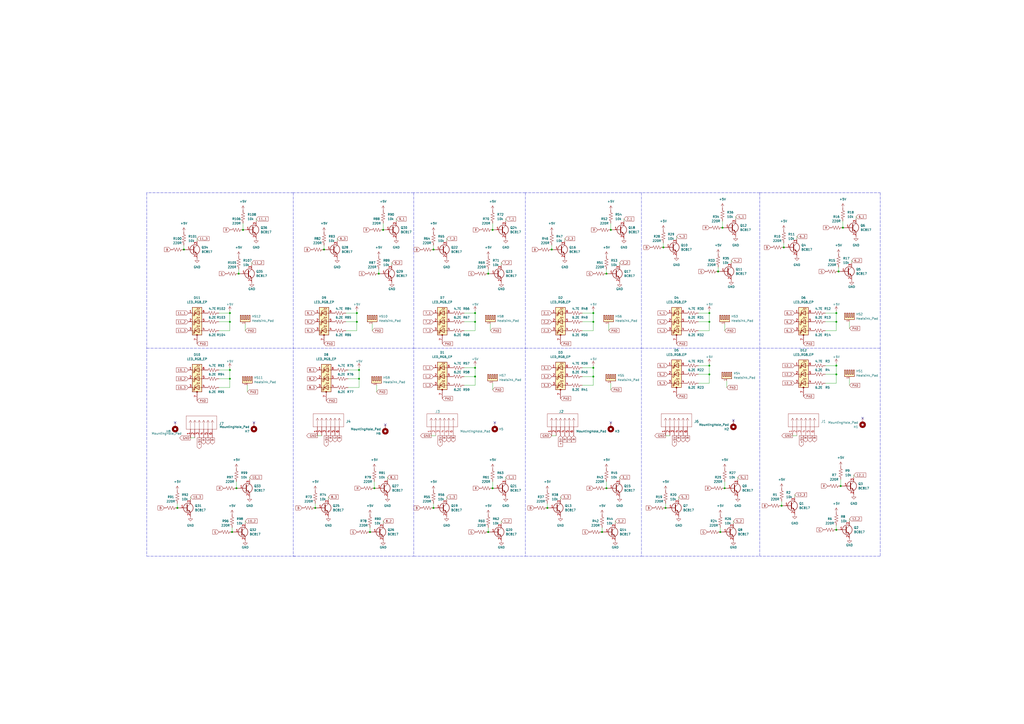
<source format=kicad_sch>
(kicad_sch (version 20211123) (generator eeschema)
  (paper "A2")
  (title_block (title "RGB-3W-Light") (date "2022-10-07") (rev "V1.0") (company "VerifygnTech Pvt. Ltd.") (comment 1 "Designed  by: Abhishek Nair"))
  (junction (at 134.62 308.61))
  (junction (at 386.08 294.64))
  (junction (at 187.96 144.78))
  (junction (at 275.59 218.44))
  (junction (at 275.59 181.61))
  (junction (at 411.48 212.09))
  (junction (at 251.46 144.78))
  (junction (at 106.68 144.78))
  (junction (at 283.21 308.61))
  (junction (at 208.28 214.63))
  (junction (at 222.25 133.35))
  (junction (at 140.97 133.35))
  (junction (at 320.04 144.78))
  (junction (at 133.35 214.63))
  (junction (at 275.59 186.69))
  (junction (at 133.35 181.61))
  (junction (at 453.39 293.37))
  (junction (at 354.33 133.35))
  (junction (at 217.17 283.21))
  (junction (at 420.37 283.21))
  (junction (at 344.17 186.69))
  (junction (at 208.28 219.71))
  (junction (at 485.14 181.61))
  (junction (at 411.48 186.69))
  (junction (at 351.79 283.21))
  (junction (at 344.17 181.61))
  (junction (at 102.87 294.64))
  (junction (at 285.75 283.21))
  (junction (at 411.48 217.17))
  (junction (at 419.1 132.08))
  (junction (at 207.01 181.61))
  (junction (at 275.59 213.36))
  (junction (at 487.68 281.94))
  (junction (at 454.66 143.51))
  (junction (at 344.17 218.44))
  (junction (at 485.14 307.34))
  (junction (at 207.01 186.69))
  (junction (at 384.81 143.51))
  (junction (at 285.75 133.35))
  (junction (at 219.71 158.75))
  (junction (at 485.14 186.69))
  (junction (at 488.95 132.08))
  (junction (at 486.41 157.48))
  (junction (at 133.35 219.71))
  (junction (at 344.17 213.36))
  (junction (at 251.46 294.64))
  (junction (at 417.83 308.61))
  (junction (at 351.79 158.75))
  (junction (at 317.5 294.64))
  (junction (at 138.43 158.75))
  (junction (at 283.21 158.75))
  (junction (at 137.16 283.21))
  (junction (at 485.14 212.09))
  (junction (at 133.35 186.69))
  (junction (at 416.56 157.48))
  (junction (at 349.25 308.61))
  (junction (at 411.48 181.61))
  (junction (at 214.63 308.61))
  (junction (at 182.88 294.64))
  (junction (at 485.14 217.17))
  (no_connect (at 425.45 243.84))
  (no_connect (at 500.38 242.57))
  (no_connect (at 287.02 245.11))
  (no_connect (at 223.52 246.38))
  (no_connect (at 354.33 245.11))
  (no_connect (at 101.6 245.11))
  (no_connect (at 147.32 245.11))
  (polyline (pts (xy 170.18 322.58) (xy 240.03 322.58)))
  (wire (pts (xy 337.82 213.36) (xy 344.17 213.36)))
  (wire (pts (xy 485.14 186.69) (xy 485.14 181.61)))
  (wire (pts (xy 405.13 191.77) (xy 411.48 191.77)))
  (polyline (pts (xy 240.03 322.58) (xy 304.8 322.58)))
  (wire (pts (xy 420.37 279.4) (xy 420.37 283.21)))
  (polyline (pts (xy 85.09 201.93) (xy 170.18 201.93)))
  (wire (pts (xy 222.25 129.54) (xy 222.25 133.35)))
  (wire (pts (xy 229.87 127) (xy 229.87 128.27)))
  (wire (pts (xy 134.62 306.07) (xy 134.62 308.61)))
  (wire (pts (xy 140.97 129.54) (xy 140.97 133.35)))
  (wire (pts (xy 200.66 186.69) (xy 207.01 186.69)))
  (wire (pts (xy 208.28 224.79) (xy 208.28 219.71)))
  (polyline (pts (xy 510.54 201.93) (xy 510.54 322.58)))
  (polyline (pts (xy 304.8 322.58) (xy 372.11 322.58)))
  (wire (pts (xy 405.13 222.25) (xy 411.48 222.25)))
  (wire (pts (xy 269.24 191.77) (xy 275.59 191.77)))
  (polyline (pts (xy 85.09 111.76) (xy 85.09 322.58)))
  (wire (pts (xy 207.01 186.69) (xy 207.01 181.61)))
  (wire (pts (xy 200.66 191.77) (xy 207.01 191.77)))
  (wire (pts (xy 142.24 302.26) (xy 142.24 303.53)))
  (wire (pts (xy 426.72 125.73) (xy 426.72 127)))
  (wire (pts (xy 344.17 186.69) (xy 344.17 181.61)))
  (wire (pts (xy 269.24 181.61) (xy 275.59 181.61)))
  (wire (pts (xy 127 191.77) (xy 133.35 191.77)))
  (wire (pts (xy 419.1 128.27) (xy 419.1 132.08)))
  (wire (pts (xy 215.9 191.77) (xy 215.9 187.96)))
  (polyline (pts (xy 510.54 111.76) (xy 510.54 201.93)))
  (wire (pts (xy 411.48 212.09) (xy 411.48 210.82)))
  (wire (pts (xy 293.37 276.86) (xy 293.37 278.13)))
  (wire (pts (xy 351.79 156.21) (xy 351.79 158.75)))
  (wire (pts (xy 496.57 125.73) (xy 496.57 127)))
  (wire (pts (xy 217.17 279.4) (xy 217.17 283.21)))
  (polyline (pts (xy 170.18 111.76) (xy 85.09 111.76)))
  (wire (pts (xy 133.35 191.77) (xy 133.35 186.69)))
  (wire (pts (xy 284.48 191.77) (xy 284.48 187.96)))
  (polyline (pts (xy 304.8 111.76) (xy 304.8 322.58)))
  (wire (pts (xy 138.43 156.21) (xy 138.43 158.75)))
  (polyline (pts (xy 372.11 111.76) (xy 304.8 111.76)))
  (wire (pts (xy 285.75 279.4) (xy 285.75 283.21)))
  (wire (pts (xy 478.79 186.69) (xy 485.14 186.69)))
  (wire (pts (xy 201.93 224.79) (xy 208.28 224.79)))
  (wire (pts (xy 269.24 213.36) (xy 275.59 213.36)))
  (wire (pts (xy 283.21 156.21) (xy 283.21 158.75)))
  (wire (pts (xy 133.35 224.79) (xy 133.35 219.71)))
  (wire (pts (xy 494.03 151.13) (xy 494.03 152.4)))
  (wire (pts (xy 417.83 306.07) (xy 417.83 308.61)))
  (wire (pts (xy 344.17 191.77) (xy 344.17 186.69)))
  (wire (pts (xy 359.41 276.86) (xy 359.41 278.13)))
  (polyline (pts (xy 372.11 322.58) (xy 440.69 322.58)))
  (wire (pts (xy 320.04 252.73) (xy 322.58 252.73)))
  (polyline (pts (xy 240.03 111.76) (xy 170.18 111.76)))
  (wire (pts (xy 148.59 127) (xy 148.59 128.27)))
  (wire (pts (xy 251.46 142.24) (xy 251.46 144.78)))
  (wire (pts (xy 269.24 186.69) (xy 275.59 186.69)))
  (wire (pts (xy 427.99 276.86) (xy 427.99 278.13)))
  (wire (pts (xy 222.25 302.26) (xy 222.25 303.53)))
  (wire (pts (xy 411.48 181.61) (xy 411.48 180.34)))
  (polyline (pts (xy 170.18 111.76) (xy 170.18 322.58)))
  (wire (pts (xy 320.04 142.24) (xy 320.04 144.78)))
  (wire (pts (xy 411.48 222.25) (xy 411.48 217.17)))
  (wire (pts (xy 337.82 218.44) (xy 344.17 218.44)))
  (wire (pts (xy 405.13 181.61) (xy 411.48 181.61)))
  (polyline (pts (xy 240.03 201.93) (xy 304.8 201.93)))
  (wire (pts (xy 337.82 223.52) (xy 344.17 223.52)))
  (wire (pts (xy 344.17 213.36) (xy 344.17 212.09)))
  (wire (pts (xy 354.33 226.06) (xy 354.33 222.25)))
  (wire (pts (xy 224.79 276.86) (xy 224.79 278.13)))
  (wire (pts (xy 106.68 142.24) (xy 106.68 144.78)))
  (wire (pts (xy 275.59 181.61) (xy 275.59 180.34)))
  (wire (pts (xy 133.35 219.71) (xy 133.35 214.63)))
  (polyline (pts (xy 510.54 322.58) (xy 440.69 322.58)))
  (wire (pts (xy 384.81 140.97) (xy 384.81 143.51)))
  (wire (pts (xy 285.75 129.54) (xy 285.75 133.35)))
  (wire (pts (xy 478.79 191.77) (xy 485.14 191.77)))
  (wire (pts (xy 478.79 217.17) (xy 485.14 217.17)))
  (wire (pts (xy 405.13 217.17) (xy 411.48 217.17)))
  (wire (pts (xy 137.16 279.4) (xy 137.16 283.21)))
  (wire (pts (xy 492.76 300.99) (xy 492.76 302.26)))
  (wire (pts (xy 133.35 181.61) (xy 133.35 180.34)))
  (wire (pts (xy 354.33 129.54) (xy 354.33 133.35)))
  (wire (pts (xy 275.59 186.69) (xy 275.59 181.61)))
  (wire (pts (xy 411.48 186.69) (xy 411.48 181.61)))
  (wire (pts (xy 201.93 219.71) (xy 208.28 219.71)))
  (wire (pts (xy 337.82 186.69) (xy 344.17 186.69)))
  (wire (pts (xy 133.35 186.69) (xy 133.35 181.61)))
  (wire (pts (xy 393.7 288.29) (xy 393.7 289.56)))
  (polyline (pts (xy 440.69 111.76) (xy 510.54 111.76)))
  (wire (pts (xy 317.5 292.1) (xy 317.5 294.64)))
  (polyline (pts (xy 85.09 322.58) (xy 171.45 322.58)))
  (wire (pts (xy 214.63 306.07) (xy 214.63 308.61)))
  (wire (pts (xy 344.17 223.52) (xy 344.17 218.44)))
  (wire (pts (xy 454.66 140.97) (xy 454.66 143.51)))
  (wire (pts (xy 110.49 254) (xy 113.03 254)))
  (wire (pts (xy 219.71 156.21) (xy 219.71 158.75)))
  (polyline (pts (xy 240.03 111.76) (xy 240.03 322.58)))
  (polyline (pts (xy 372.11 201.93) (xy 440.69 201.93)))
  (wire (pts (xy 492.76 190.5) (xy 492.76 186.69)))
  (wire (pts (xy 259.08 288.29) (xy 259.08 289.56)))
  (polyline (pts (xy 510.54 201.93) (xy 440.69 201.93)))
  (wire (pts (xy 127 214.63) (xy 133.35 214.63)))
  (wire (pts (xy 200.66 181.61) (xy 207.01 181.61)))
  (wire (pts (xy 250.19 252.73) (xy 252.73 252.73)))
  (wire (pts (xy 290.83 152.4) (xy 290.83 153.67)))
  (wire (pts (xy 251.46 292.1) (xy 251.46 294.64)))
  (polyline (pts (xy 440.69 111.76) (xy 372.11 111.76)))
  (wire (pts (xy 227.33 152.4) (xy 227.33 153.67)))
  (wire (pts (xy 485.14 217.17) (xy 485.14 212.09)))
  (wire (pts (xy 146.05 152.4) (xy 146.05 153.67)))
  (wire (pts (xy 102.87 292.1) (xy 102.87 294.64)))
  (wire (pts (xy 114.3 138.43) (xy 114.3 139.7)))
  (wire (pts (xy 405.13 186.69) (xy 411.48 186.69)))
  (wire (pts (xy 416.56 154.94) (xy 416.56 157.48)))
  (wire (pts (xy 462.28 137.16) (xy 462.28 138.43)))
  (wire (pts (xy 187.96 142.24) (xy 187.96 144.78)))
  (wire (pts (xy 201.93 214.63) (xy 208.28 214.63)))
  (wire (pts (xy 285.75 226.06) (xy 285.75 222.25)))
  (wire (pts (xy 488.95 128.27) (xy 488.95 132.08)))
  (wire (pts (xy 478.79 212.09) (xy 485.14 212.09)))
  (wire (pts (xy 386.08 292.1) (xy 386.08 294.64)))
  (wire (pts (xy 495.3 275.59) (xy 495.3 276.86)))
  (wire (pts (xy 485.14 304.8) (xy 485.14 307.34)))
  (wire (pts (xy 351.79 279.4) (xy 351.79 283.21)))
  (wire (pts (xy 290.83 302.26) (xy 290.83 303.53)))
  (wire (pts (xy 269.24 223.52) (xy 275.59 223.52)))
  (wire (pts (xy 275.59 223.52) (xy 275.59 218.44)))
  (wire (pts (xy 485.14 181.61) (xy 485.14 180.34)))
  (wire (pts (xy 283.21 306.07) (xy 283.21 308.61)))
  (wire (pts (xy 182.88 292.1) (xy 182.88 294.64)))
  (wire (pts (xy 337.82 191.77) (xy 344.17 191.77)))
  (wire (pts (xy 195.58 138.43) (xy 195.58 139.7)))
  (wire (pts (xy 207.01 181.61) (xy 207.01 180.34)))
  (wire (pts (xy 127 219.71) (xy 133.35 219.71)))
  (wire (pts (xy 487.68 278.13) (xy 487.68 281.94)))
  (wire (pts (xy 386.08 252.73) (xy 388.62 252.73)))
  (wire (pts (xy 485.14 222.25) (xy 485.14 217.17)))
  (wire (pts (xy 361.95 127) (xy 361.95 128.27)))
  (wire (pts (xy 392.43 137.16) (xy 392.43 138.43)))
  (wire (pts (xy 486.41 154.94) (xy 486.41 157.48)))
  (wire (pts (xy 133.35 214.63) (xy 133.35 213.36)))
  (wire (pts (xy 411.48 217.17) (xy 411.48 212.09)))
  (wire (pts (xy 411.48 191.77) (xy 411.48 186.69)))
  (wire (pts (xy 459.74 252.73) (xy 462.28 252.73)))
  (wire (pts (xy 337.82 181.61) (xy 344.17 181.61)))
  (wire (pts (xy 142.24 191.77) (xy 142.24 187.96)))
  (wire (pts (xy 325.12 288.29) (xy 325.12 289.56)))
  (wire (pts (xy 478.79 222.25) (xy 485.14 222.25)))
  (wire (pts (xy 275.59 218.44) (xy 275.59 213.36)))
  (wire (pts (xy 405.13 212.09) (xy 411.48 212.09)))
  (wire (pts (xy 425.45 302.26) (xy 425.45 303.53)))
  (wire (pts (xy 478.79 181.61) (xy 485.14 181.61)))
  (wire (pts (xy 344.17 218.44) (xy 344.17 213.36)))
  (wire (pts (xy 269.24 218.44) (xy 275.59 218.44)))
  (wire (pts (xy 420.37 191.77) (xy 420.37 187.96)))
  (wire (pts (xy 143.51 227.33) (xy 143.51 223.52)))
  (wire (pts (xy 327.66 138.43) (xy 327.66 139.7)))
  (wire (pts (xy 349.25 306.07) (xy 349.25 308.61)))
  (wire (pts (xy 485.14 212.09) (xy 485.14 210.82)))
  (wire (pts (xy 190.5 288.29) (xy 190.5 289.56)))
  (polyline (pts (xy 304.8 201.93) (xy 372.11 201.93)))
  (wire (pts (xy 218.44 227.33) (xy 218.44 223.52)))
  (polyline (pts (xy 440.69 111.76) (xy 440.69 201.93)))
  (wire (pts (xy 208.28 219.71) (xy 208.28 214.63)))
  (wire (pts (xy 356.87 302.26) (xy 356.87 303.53)))
  (wire (pts (xy 492.76 223.52) (xy 492.76 219.71)))
  (wire (pts (xy 359.41 152.4) (xy 359.41 153.67)))
  (wire (pts (xy 461.01 287.02) (xy 461.01 288.29)))
  (wire (pts (xy 275.59 213.36) (xy 275.59 212.09)))
  (wire (pts (xy 353.06 191.77) (xy 353.06 187.96)))
  (wire (pts (xy 424.18 151.13) (xy 424.18 152.4)))
  (polyline (pts (xy 440.69 322.58) (xy 440.69 201.93)))
  (wire (pts (xy 207.01 191.77) (xy 207.01 186.69)))
  (wire (pts (xy 293.37 127) (xy 293.37 128.27)))
  (polyline (pts (xy 372.11 111.76) (xy 372.11 322.58)))
  (wire (pts (xy 127 186.69) (xy 133.35 186.69)))
  (wire (pts (xy 453.39 290.83) (xy 453.39 293.37)))
  (wire (pts (xy 275.59 191.77) (xy 275.59 186.69)))
  (wire (pts (xy 144.78 276.86) (xy 144.78 278.13)))
  (wire (pts (xy 127 181.61) (xy 133.35 181.61)))
  (wire (pts (xy 208.28 214.63) (xy 208.28 213.36)))
  (wire (pts (xy 344.17 181.61) (xy 344.17 180.34)))
  (polyline (pts (xy 304.8 111.76) (xy 240.03 111.76)))
  (wire (pts (xy 110.49 288.29) (xy 110.49 289.56)))
  (wire (pts (xy 127 224.79) (xy 133.35 224.79)))
  (wire (pts (xy 259.08 138.43) (xy 259.08 139.7)))
  (wire (pts (xy 184.15 252.73) (xy 186.69 252.73)))
  (polyline (pts (xy 170.18 201.93) (xy 240.03 201.93)))
  (wire (pts (xy 421.64 224.79) (xy 421.64 220.98)))
  (wire (pts (xy 485.14 191.77) (xy 485.14 186.69)))
  (global_label "12_2" (shape input) (at 492.76 300.99 0) (property "Intersheet References" "${INTERSHEET_REFS}" (effects hide)))
  (global_label "9_2" (shape input) (at 227.33 152.4 0) (property "Intersheet References" "${INTERSHEET_REFS}" (effects hide)))
  (global_label "B" (shape output) (at 262.89 252.73 270) (property "Intersheet References" "${INTERSHEET_REFS}" (effects hide)))
  (global_label "3_3" (shape input) (at 320.04 223.52 180) (property "Intersheet References" "${INTERSHEET_REFS}" (effects hide)))
  (global_label "12_1" (shape input) (at 495.3 275.59 0) (property "Intersheet References" "${INTERSHEET_REFS}" (effects hide)))
  (global_label "7_3" (shape input) (at 259.08 138.43 0) (property "Intersheet References" "${INTERSHEET_REFS}" (effects hide)))
  (global_label "7_2" (shape input) (at 290.83 152.4 0) (property "Intersheet References" "${INTERSHEET_REFS}" (effects hide)))
  (global_label "PAD" (shape input) (at 218.44 227.33 0) (property "Intersheet References" "${INTERSHEET_REFS}" (effects hide)))
  (global_label "B" (shape input) (at 332.74 252.73 270) (property "Intersheet References" "${INTERSHEET_REFS}" (effects hide)))
  (global_label "R" (shape input) (at 278.13 133.35 180) (property "Intersheet References" "${INTERSHEET_REFS}" (effects hide)))
  (global_label "4_2" (shape input) (at 387.35 186.69 180) (property "Intersheet References" "${INTERSHEET_REFS}" (effects hide)))
  (global_label "PAD" (shape input) (at 353.06 191.77 0) (property "Intersheet References" "${INTERSHEET_REFS}" (effects hide)))
  (global_label "PAD" (shape input) (at 285.75 226.06 0) (property "Intersheet References" "${INTERSHEET_REFS}" (effects hide)))
  (global_label "8_3" (shape input) (at 184.15 224.79 180) (property "Intersheet References" "${INTERSHEET_REFS}" (effects hide)))
  (global_label "4_1" (shape input) (at 426.72 125.73 0) (property "Intersheet References" "${INTERSHEET_REFS}" (effects hide)))
  (global_label "12_2" (shape input) (at 461.01 217.17 180) (property "Intersheet References" "${INTERSHEET_REFS}" (effects hide)))
  (global_label "PAD" (shape input) (at 420.37 191.77 0) (property "Intersheet References" "${INTERSHEET_REFS}" (effects hide)))
  (global_label "+5V" (shape output) (at 391.16 252.73 270) (property "Intersheet References" "${INTERSHEET_REFS}" (effects hide)))
  (global_label "4_3" (shape input) (at 392.43 137.16 0) (property "Intersheet References" "${INTERSHEET_REFS}" (effects hide)))
  (global_label "R" (shape input) (at 480.06 281.94 180) (property "Intersheet References" "${INTERSHEET_REFS}" (effects hide)))
  (global_label "B" (shape output) (at 398.78 252.73 270) (property "Intersheet References" "${INTERSHEET_REFS}" (effects hide)))
  (global_label "9_1" (shape input) (at 229.87 127 0) (property "Intersheet References" "${INTERSHEET_REFS}" (effects hide)))
  (global_label "G" (shape input) (at 344.17 158.75 180) (property "Intersheet References" "${INTERSHEET_REFS}" (effects hide)))
  (global_label "+5V" (shape output) (at 189.23 252.73 270) (property "Intersheet References" "${INTERSHEET_REFS}" (effects hide)))
  (global_label "B" (shape input) (at 378.46 294.64 180) (property "Intersheet References" "${INTERSHEET_REFS}" (effects hide)))
  (global_label "PAD" (shape input) (at 492.76 223.52 0) (property "Intersheet References" "${INTERSHEET_REFS}" (effects hide)))
  (global_label "10_2" (shape input) (at 142.24 302.26 0) (property "Intersheet References" "${INTERSHEET_REFS}" (effects hide)))
  (global_label "PAD" (shape input) (at 142.24 191.77 0) (property "Intersheet References" "${INTERSHEET_REFS}" (effects hide)))
  (global_label "B" (shape input) (at 95.25 294.64 180) (property "Intersheet References" "${INTERSHEET_REFS}" (effects hide)))
  (global_label "10_1" (shape input) (at 109.22 214.63 180) (property "Intersheet References" "${INTERSHEET_REFS}" (effects hide)))
  (global_label "6_3" (shape input) (at 462.28 137.16 0) (property "Intersheet References" "${INTERSHEET_REFS}" (effects hide)))
  (global_label "G" (shape output) (at 120.65 254 270) (property "Intersheet References" "${INTERSHEET_REFS}" (effects hide)))
  (global_label "1_1" (shape input) (at 293.37 276.86 0) (property "Intersheet References" "${INTERSHEET_REFS}" (effects hide)))
  (global_label "1_2" (shape input) (at 290.83 302.26 0) (property "Intersheet References" "${INTERSHEET_REFS}" (effects hide)))
  (global_label "PAD" (shape input) (at 256.54 231.14 0) (property "Intersheet References" "${INTERSHEET_REFS}" (effects hide)))
  (global_label "PAD" (shape input) (at 256.54 199.39 0) (property "Intersheet References" "${INTERSHEET_REFS}" (effects hide)))
  (global_label "GND" (shape output) (at 386.08 252.73 180) (property "Intersheet References" "${INTERSHEET_REFS}" (effects hide)))
  (global_label "10_3" (shape input) (at 110.49 288.29 0) (property "Intersheet References" "${INTERSHEET_REFS}" (effects hide)))
  (global_label "R" (shape output) (at 467.36 252.73 270) (property "Intersheet References" "${INTERSHEET_REFS}" (effects hide)))
  (global_label "R" (shape input) (at 214.63 133.35 180) (property "Intersheet References" "${INTERSHEET_REFS}" (effects hide)))
  (global_label "1_2" (shape input) (at 251.46 218.44 180) (property "Intersheet References" "${INTERSHEET_REFS}" (effects hide)))
  (global_label "R" (shape input) (at 129.54 283.21 180) (property "Intersheet References" "${INTERSHEET_REFS}" (effects hide)))
  (global_label "5_2" (shape input) (at 425.45 302.26 0) (property "Intersheet References" "${INTERSHEET_REFS}" (effects hide)))
  (global_label "7_2" (shape input) (at 251.46 186.69 180) (property "Intersheet References" "${INTERSHEET_REFS}" (effects hide)))
  (global_label "4_1" (shape input) (at 387.35 181.61 180) (property "Intersheet References" "${INTERSHEET_REFS}" (effects hide)))
  (global_label "PAD" (shape input) (at 392.43 229.87 0) (property "Intersheet References" "${INTERSHEET_REFS}" (effects hide)))
  (global_label "8_2" (shape input) (at 222.25 302.26 0) (property "Intersheet References" "${INTERSHEET_REFS}" (effects hide)))
  (global_label "PAD" (shape input) (at 392.43 199.39 0) (property "Intersheet References" "${INTERSHEET_REFS}" (effects hide)))
  (global_label "GND" (shape input) (at 320.04 252.73 180) (property "Intersheet References" "${INTERSHEET_REFS}" (effects hide)))
  (global_label "PAD" (shape input) (at 215.9 191.77 0) (property "Intersheet References" "${INTERSHEET_REFS}" (effects hide)))
  (global_label "9_3" (shape input) (at 195.58 138.43 0) (property "Intersheet References" "${INTERSHEET_REFS}" (effects hide)))
  (global_label "9_2" (shape input) (at 182.88 186.69 180) (property "Intersheet References" "${INTERSHEET_REFS}" (effects hide)))
  (global_label "11_1" (shape input) (at 148.59 127 0) (property "Intersheet References" "${INTERSHEET_REFS}" (effects hide)))
  (global_label "G" (shape input) (at 477.52 307.34 180) (property "Intersheet References" "${INTERSHEET_REFS}" (effects hide)))
  (global_label "PAD" (shape input) (at 143.51 227.33 0) (property "Intersheet References" "${INTERSHEET_REFS}" (effects hide)))
  (global_label "7_1" (shape input) (at 251.46 181.61 180) (property "Intersheet References" "${INTERSHEET_REFS}" (effects hide)))
  (global_label "R" (shape output) (at 257.81 252.73 270) (property "Intersheet References" "${INTERSHEET_REFS}" (effects hide)))
  (global_label "11_2" (shape input) (at 146.05 152.4 0) (property "Intersheet References" "${INTERSHEET_REFS}" (effects hide)))
  (global_label "PAD" (shape input) (at 421.64 224.79 0) (property "Intersheet References" "${INTERSHEET_REFS}" (effects hide)))
  (global_label "2_2" (shape input) (at 359.41 152.4 0) (property "Intersheet References" "${INTERSHEET_REFS}" (effects hide)))
  (global_label "B" (shape input) (at 175.26 294.64 180) (property "Intersheet References" "${INTERSHEET_REFS}" (effects hide)))
  (global_label "12_1" (shape input) (at 461.01 212.09 180) (property "Intersheet References" "${INTERSHEET_REFS}" (effects hide)))
  (global_label "11_3" (shape input) (at 109.22 191.77 180) (property "Intersheet References" "${INTERSHEET_REFS}" (effects hide)))
  (global_label "G" (shape input) (at 478.79 157.48 180) (property "Intersheet References" "${INTERSHEET_REFS}" (effects hide)))
  (global_label "G" (shape output) (at 469.9 252.73 270) (property "Intersheet References" "${INTERSHEET_REFS}" (effects hide)))
  (global_label "10_2" (shape input) (at 109.22 219.71 180) (property "Intersheet References" "${INTERSHEET_REFS}" (effects hide)))
  (global_label "3_1" (shape input) (at 320.04 213.36 180) (property "Intersheet References" "${INTERSHEET_REFS}" (effects hide)))
  (global_label "B" (shape output) (at 196.85 252.73 270) (property "Intersheet References" "${INTERSHEET_REFS}" (effects hide)))
  (global_label "B" (shape output) (at 123.19 254 270) (property "Intersheet References" "${INTERSHEET_REFS}" (effects hide)))
  (global_label "6_2" (shape input) (at 461.01 186.69 180) (property "Intersheet References" "${INTERSHEET_REFS}" (effects hide)))
  (global_label "B" (shape input) (at 377.19 143.51 180) (property "Intersheet References" "${INTERSHEET_REFS}" (effects hide)))
  (global_label "B" (shape input) (at 312.42 144.78 180) (property "Intersheet References" "${INTERSHEET_REFS}" (effects hide)))
  (global_label "3_3" (shape input) (at 325.12 288.29 0) (property "Intersheet References" "${INTERSHEET_REFS}" (effects hide)))
  (global_label "12_3" (shape input) (at 461.01 287.02 0) (property "Intersheet References" "${INTERSHEET_REFS}" (effects hide)))
  (global_label "+5V" (shape input) (at 325.12 252.73 270) (property "Intersheet References" "${INTERSHEET_REFS}" (effects hide)))
  (global_label "G" (shape input) (at 275.59 158.75 180) (property "Intersheet References" "${INTERSHEET_REFS}" (effects hide)))
  (global_label "3_2" (shape input) (at 320.04 218.44 180) (property "Intersheet References" "${INTERSHEET_REFS}" (effects hide)))
  (global_label "G" (shape input) (at 130.81 158.75 180) (property "Intersheet References" "${INTERSHEET_REFS}" (effects hide)))
  (global_label "9_1" (shape input) (at 182.88 181.61 180) (property "Intersheet References" "${INTERSHEET_REFS}" (effects hide)))
  (global_label "10_1" (shape input) (at 144.78 276.86 0) (property "Intersheet References" "${INTERSHEET_REFS}" (effects hide)))
  (global_label "1_3" (shape input) (at 251.46 223.52 180) (property "Intersheet References" "${INTERSHEET_REFS}" (effects hide)))
  (global_label "1_3" (shape input) (at 259.08 288.29 0) (property "Intersheet References" "${INTERSHEET_REFS}" (effects hide)))
  (global_label "4_2" (shape input) (at 424.18 151.13 0) (property "Intersheet References" "${INTERSHEET_REFS}" (effects hide)))
  (global_label "PAD" (shape input) (at 325.12 231.14 0) (property "Intersheet References" "${INTERSHEET_REFS}" (effects hide)))
  (global_label "G" (shape input) (at 341.63 308.61 180) (property "Intersheet References" "${INTERSHEET_REFS}" (effects hide)))
  (global_label "3_1" (shape input) (at 359.41 276.86 0) (property "Intersheet References" "${INTERSHEET_REFS}" (effects hide)))
  (global_label "B" (shape input) (at 243.84 294.64 180) (property "Intersheet References" "${INTERSHEET_REFS}" (effects hide)))
  (global_label "1_1" (shape input) (at 251.46 213.36 180) (property "Intersheet References" "${INTERSHEET_REFS}" (effects hide)))
  (global_label "G" (shape output) (at 396.24 252.73 270) (property "Intersheet References" "${INTERSHEET_REFS}" (effects hide)))
  (global_label "6_2" (shape input) (at 494.03 151.13 0) (property "Intersheet References" "${INTERSHEET_REFS}" (effects hide)))
  (global_label "6_1" (shape input) (at 461.01 181.61 180) (property "Intersheet References" "${INTERSHEET_REFS}" (effects hide)))
  (global_label "PAD" (shape input) (at 187.96 199.39 0) (property "Intersheet References" "${INTERSHEET_REFS}" (effects hide)))
  (global_label "8_1" (shape input) (at 184.15 214.63 180) (property "Intersheet References" "${INTERSHEET_REFS}" (effects hide)))
  (global_label "B" (shape output) (at 472.44 252.73 270) (property "Intersheet References" "${INTERSHEET_REFS}" (effects hide)))
  (global_label "B" (shape input) (at 447.04 143.51 180) (property "Intersheet References" "${INTERSHEET_REFS}" (effects hide)))
  (global_label "10_3" (shape input) (at 109.22 224.79 180) (property "Intersheet References" "${INTERSHEET_REFS}" (effects hide)))
  (global_label "2_2" (shape input) (at 320.04 186.69 180) (property "Intersheet References" "${INTERSHEET_REFS}" (effects hide)))
  (global_label "G" (shape output) (at 194.31 252.73 270) (property "Intersheet References" "${INTERSHEET_REFS}" (effects hide)))
  (global_label "G" (shape input) (at 330.2 252.73 270) (property "Intersheet References" "${INTERSHEET_REFS}" (effects hide)))
  (global_label "5_1" (shape input) (at 427.99 276.86 0) (property "Intersheet References" "${INTERSHEET_REFS}" (effects hide)))
  (global_label "2_3" (shape input) (at 320.04 191.77 180) (property "Intersheet References" "${INTERSHEET_REFS}" (effects hide)))
  (global_label "R" (shape input) (at 412.75 283.21 180) (property "Intersheet References" "${INTERSHEET_REFS}" (effects hide)))
  (global_label "7_3" (shape input) (at 251.46 191.77 180) (property "Intersheet References" "${INTERSHEET_REFS}" (effects hide)))
  (global_label "2_1" (shape input) (at 361.95 127 0) (property "Intersheet References" "${INTERSHEET_REFS}" (effects hide)))
  (global_label "G" (shape input) (at 207.01 308.61 180) (property "Intersheet References" "${INTERSHEET_REFS}" (effects hide)))
  (global_label "R" (shape output) (at 393.7 252.73 270) (property "Intersheet References" "${INTERSHEET_REFS}" (effects hide)))
  (global_label "+5V" (shape output) (at 115.57 254 270) (property "Intersheet References" "${INTERSHEET_REFS}" (effects hide)))
  (global_label "B" (shape input) (at 243.84 144.78 180) (property "Intersheet References" "${INTERSHEET_REFS}" (effects hide)))
  (global_label "9_3" (shape input) (at 182.88 191.77 180) (property "Intersheet References" "${INTERSHEET_REFS}" (effects hide)))
  (global_label "5_2" (shape input) (at 387.35 217.17 180) (property "Intersheet References" "${INTERSHEET_REFS}" (effects hide)))
  (global_label "R" (shape input) (at 344.17 283.21 180) (property "Intersheet References" "${INTERSHEET_REFS}" (effects hide)))
  (global_label "11_1" (shape input) (at 109.22 181.61 180) (property "Intersheet References" "${INTERSHEET_REFS}" (effects hide)))
  (global_label "GND" (shape output) (at 459.74 252.73 180) (property "Intersheet References" "${INTERSHEET_REFS}" (effects hide)))
  (global_label "B" (shape input) (at 309.88 294.64 180) (property "Intersheet References" "${INTERSHEET_REFS}" (effects hide)))
  (global_label "G" (shape input) (at 410.21 308.61 180) (property "Intersheet References" "${INTERSHEET_REFS}" (effects hide)))
  (global_label "3_2" (shape input) (at 356.87 302.26 0) (property "Intersheet References" "${INTERSHEET_REFS}" (effects hide)))
  (global_label "8_3" (shape input) (at 190.5 288.29 0) (property "Intersheet References" "${INTERSHEET_REFS}" (effects hide)))
  (global_label "6_1" (shape input) (at 496.57 125.73 0) (property "Intersheet References" "${INTERSHEET_REFS}" (effects hide)))
  (global_label "GND" (shape output) (at 184.15 252.73 180) (property "Intersheet References" "${INTERSHEET_REFS}" (effects hide)))
  (global_label "2_3" (shape input) (at 327.66 138.43 0) (property "Intersheet References" "${INTERSHEET_REFS}" (effects hide)))
  (global_label "GND" (shape output) (at 110.49 254 180) (property "Intersheet References" "${INTERSHEET_REFS}" (effects hide)))
  (global_label "PAD" (shape input) (at 354.33 226.06 0) (property "Intersheet References" "${INTERSHEET_REFS}" (effects hide)))
  (global_label "5_3" (shape input) (at 393.7 288.29 0) (property "Intersheet References" "${INTERSHEET_REFS}" (effects hide)))
  (global_label "5_1" (shape input) (at 387.35 212.09 180) (property "Intersheet References" "${INTERSHEET_REFS}" (effects hide)))
  (global_label "PAD" (shape input) (at 325.12 199.39 0) (property "Intersheet References" "${INTERSHEET_REFS}" (effects hide)))
  (global_label "G" (shape output) (at 260.35 252.73 270) (property "Intersheet References" "${INTERSHEET_REFS}" (effects hide)))
  (global_label "6_3" (shape input) (at 461.01 191.77 180) (property "Intersheet References" "${INTERSHEET_REFS}" (effects hide)))
  (global_label "R" (shape input) (at 481.33 132.08 180) (property "Intersheet References" "${INTERSHEET_REFS}" (effects hide)))
  (global_label "R" (shape input) (at 209.55 283.21 180) (property "Intersheet References" "${INTERSHEET_REFS}" (effects hide)))
  (global_label "11_2" (shape input) (at 109.22 186.69 180) (property "Intersheet References" "${INTERSHEET_REFS}" (effects hide)))
  (global_label "R" (shape input) (at 346.71 133.35 180) (property "Intersheet References" "${INTERSHEET_REFS}" (effects hide)))
  (global_label "R" (shape input) (at 411.48 132.08 180) (property "Intersheet References" "${INTERSHEET_REFS}" (effects hide)))
  (global_label "G" (shape input) (at 212.09 158.75 180) (property "Intersheet References" "${INTERSHEET_REFS}" (effects hide)))
  (global_label "R" (shape input) (at 133.35 133.35 180) (property "Intersheet References" "${INTERSHEET_REFS}" (effects hide)))
  (global_label "PAD" (shape input) (at 466.09 199.39 0) (property "Intersheet References" "${INTERSHEET_REFS}" (effects hide)))
  (global_label "B" (shape input) (at 445.77 293.37 180) (property "Intersheet References" "${INTERSHEET_REFS}" (effects hide)))
  (global_label "PAD" (shape input) (at 114.3 232.41 0) (property "Intersheet References" "${INTERSHEET_REFS}" (effects hide)))
  (global_label "B" (shape input) (at 180.34 144.78 180) (property "Intersheet References" "${INTERSHEET_REFS}" (effects hide)))
  (global_label "G" (shape input) (at 275.59 308.61 180) (property "Intersheet References" "${INTERSHEET_REFS}" (effects hide)))
  (global_label "R" (shape input) (at 327.66 252.73 270) (property "Intersheet References" "${INTERSHEET_REFS}" (effects hide)))
  (global_label "5_3" (shape input) (at 387.35 222.25 180) (property "Intersheet References" "${INTERSHEET_REFS}" (effects hide)))
  (global_label "PAD" (shape input) (at 492.76 190.5 0) (property "Intersheet References" "${INTERSHEET_REFS}" (effects hide)))
  (global_label "8_1" (shape input) (at 224.79 276.86 0) (property "Intersheet References" "${INTERSHEET_REFS}" (effects hide)))
  (global_label "2_1" (shape input) (at 320.04 181.61 180) (property "Intersheet References" "${INTERSHEET_REFS}" (effects hide)))
  (global_label "PAD" (shape input) (at 189.23 232.41 0) (property "Intersheet References" "${INTERSHEET_REFS}" (effects hide)))
  (global_label "G" (shape input) (at 408.94 157.48 180) (property "Intersheet References" "${INTERSHEET_REFS}" (effects hide)))
  (global_label "B" (shape input) (at 99.06 144.78 180) (property "Intersheet References" "${INTERSHEET_REFS}" (effects hide)))
  (global_label "+5V" (shape output) (at 255.27 252.73 270) (property "Intersheet References" "${INTERSHEET_REFS}" (effects hide)))
  (global_label "PAD" (shape input) (at 114.3 199.39 0) (property "Intersheet References" "${INTERSHEET_REFS}" (effects hide)))
  (global_label "12_3" (shape input) (at 461.01 222.25 180) (property "Intersheet References" "${INTERSHEET_REFS}" (effects hide)))
  (global_label "4_3" (shape input) (at 387.35 191.77 180) (property "Intersheet References" "${INTERSHEET_REFS}" (effects hide)))
  (global_label "PAD" (shape input) (at 284.48 191.77 0) (property "Intersheet References" "${INTERSHEET_REFS}" (effects hide)))
  (global_label "R" (shape output) (at 118.11 254 270) (property "Intersheet References" "${INTERSHEET_REFS}" (effects hide)))
  (global_label "GND" (shape output) (at 250.19 252.73 180) (property "Intersheet References" "${INTERSHEET_REFS}" (effects hide)))
  (global_label "7_1" (shape input) (at 293.37 127 0) (property "Intersheet References" "${INTERSHEET_REFS}" (effects hide)))
  (global_label "G" (shape input) (at 127 308.61 180) (property "Intersheet References" "${INTERSHEET_REFS}" (effects hide)))
  (global_label "11_3" (shape input) (at 114.3 138.43 0) (property "Intersheet References" "${INTERSHEET_REFS}" (effects hide)))
  (global_label "8_2" (shape input) (at 184.15 219.71 180) (property "Intersheet References" "${INTERSHEET_REFS}" (effects hide)))
  (global_label "+5V" (shape output) (at 464.82 252.73 270) (property "Intersheet References" "${INTERSHEET_REFS}" (effects hide)))
  (global_label "R" (shape output) (at 191.77 252.73 270) (property "Intersheet References" "${INTERSHEET_REFS}" (effects hide)))
  (global_label "PAD" (shape input) (at 466.09 229.87 0) (property "Intersheet References" "${INTERSHEET_REFS}" (effects hide)))
  (global_label "R" (shape input) (at 278.13 283.21 180) (property "Intersheet References" "${INTERSHEET_REFS}" (effects hide)))
  (symbol (lib_id "Device:R_US") (at 130.81 308.61 90) (unit 1)
    (property "Reference" "R96" (at 130.81 302.26 90))
    (property "Value" "220R" (at 130.81 304.8 90))
    (property "Footprint" "Resistor_SMD:R_0805_2012Metric_Pad1.20x1.40mm_HandSolder" (effects hide))
  )
  (symbol (lib_id "Transistor_BJT:BC817") (at 459.74 143.51 0) (unit 1)
    (property "Reference" "Q4" (at 464.82 142.2399 0) (effects (justify left)))
    (property "Value" "BC817" (at 464.82 144.7799 0) (effects (justify left)))
    (property "Footprint" "Package_TO_SOT_SMD:SOT-23" (effects hide))
    (property "Datasheet" "https://www.onsemi.com/pub/Collateral/BC818-D.pdf" (effects hide))
  )
  (symbol (lib_id "power:+5V") (at 344.17 180.34 0) (unit 1)
    (property "Reference" "#PWR0136" (effects hide))
    (property "Value" "+5V" (at 344.17 176.53 0))
  )
  (symbol (lib_id "Transistor_BJT:BC817") (at 187.96 294.64 0) (unit 1)
    (property "Reference" "Q25" (at 193.04 293.3699 0) (effects (justify left)))
    (property "Value" "BC817" (at 193.04 295.9099 0) (effects (justify left)))
    (property "Footprint" "Package_TO_SOT_SMD:SOT-23" (effects hide))
    (property "Datasheet" "https://www.onsemi.com/pub/Collateral/BC818-D.pdf" (effects hide))
  )
  (symbol (lib_id "Mechanical:MountingHole_Pad") (at 425.45 246.38 180) (unit 1)
    (property "Reference" "H2" (at 422.91 248.9201 0) (effects (justify left)))
    (property "Value" "MountingHole_Pad" (at 422.91 246.3801 0) (effects (justify left)))
    (property "Footprint" "MountingHole:MountingHole_3.5mm_Pad_Via" (effects hide))
  )
  (symbol (lib_id "Device:R_US") (at 320.04 138.43 0) (unit 1)
    (property "Reference" "R47" (at 322.58 137.1599 0) (effects (justify left)))
    (property "Value" "10k" (at 322.58 139.6999 0) (effects (justify left)))
    (property "Footprint" "Resistor_SMD:R_0805_2012Metric_Pad1.20x1.40mm_HandSolder" (effects hide))
  )
  (symbol (lib_id "power:+5V") (at 349.25 298.45 0) (unit 1)
    (property "Reference" "#PWR0133" (effects hide))
    (property "Value" "+5V" (at 349.25 293.37 0))
  )
  (symbol (lib_id "Mechanical:Heatsink_Pad") (at 492.76 184.15 0) (unit 1)
    (property "Reference" "HS2" (at 496.57 182.2449 0) (effects (justify left)))
    (property "Value" "Heatsink_Pad" (at 496.57 184.7849 0) (effects (justify left)))
    (property "Footprint" "VerifygnTech-Connectors:LED_COOLING_PAD-2" (effects hide))
  )
  (symbol (lib_id "power:+5V") (at 283.21 298.45 0) (unit 1)
    (property "Reference" "#PWR0146" (effects hide))
    (property "Value" "+5V" (at 283.21 293.37 0))
  )
  (symbol (lib_id "Device:R_US") (at 102.87 144.78 90) (unit 1)
    (property "Reference" "R100" (at 102.87 138.43 90))
    (property "Value" "220R" (at 102.87 140.97 90))
    (property "Footprint" "Resistor_SMD:R_0805_2012Metric_Pad1.20x1.40mm_HandSolder" (effects hide))
  )
  (symbol (lib_id "power:+5V") (at 344.17 212.09 0) (unit 1)
    (property "Reference" "#PWR0130" (effects hide))
    (property "Value" "+5V" (at 344.17 208.28 0))
  )
  (symbol (lib_id "power:GND") (at 393.7 299.72 0) (unit 1)
    (property "Reference" "#PWR0120" (effects hide))
    (property "Value" "GND" (at 393.7 304.8 0))
  )
  (symbol (lib_id "Transistor_BJT:BC817") (at 356.87 283.21 0) (unit 1)
    (property "Reference" "Q15" (at 361.95 281.9399 0) (effects (justify left)))
    (property "Value" "BC817" (at 361.95 284.4799 0) (effects (justify left)))
    (property "Footprint" "Package_TO_SOT_SMD:SOT-23" (effects hide))
    (property "Datasheet" "https://www.onsemi.com/pub/Collateral/BC818-D.pdf" (effects hide))
  )
  (symbol (lib_id "Device:R_US") (at 285.75 275.59 0) (unit 1)
    (property "Reference" "R63" (at 288.29 274.3199 0) (effects (justify left)))
    (property "Value" "10k" (at 288.29 276.8599 0) (effects (justify left)))
    (property "Footprint" "Resistor_SMD:R_0805_2012Metric_Pad1.20x1.40mm_HandSolder" (effects hide))
  )
  (symbol (lib_id "Device:R_US") (at 482.6 157.48 90) (unit 1)
    (property "Reference" "R15" (at 482.6 151.13 90))
    (property "Value" "220R" (at 482.6 153.67 90))
    (property "Footprint" "Resistor_SMD:R_0805_2012Metric_Pad1.20x1.40mm_HandSolder" (effects hide))
  )
  (symbol (lib_id "Device:R_US") (at 401.32 217.17 270) (unit 1)
    (property "Reference" "R22" (at 406.4 214.63 90))
    (property "Value" "6.2E" (at 401.32 214.63 90))
    (property "Footprint" "Resistor_SMD:R_2512_6332Metric_Pad1.40x3.35mm_HandSolder" (effects hide))
  )
  (symbol (lib_id "Device:R_US") (at 102.87 288.29 0) (unit 1)
    (property "Reference" "R92" (at 105.41 287.0199 0) (effects (justify left)))
    (property "Value" "10k" (at 105.41 289.5599 0) (effects (justify left)))
    (property "Footprint" "Resistor_SMD:R_0805_2012Metric_Pad1.20x1.40mm_HandSolder" (effects hide))
  )
  (symbol (lib_id "power:+5V") (at 133.35 180.34 0) (unit 1)
    (property "Reference" "#PWR0179" (effects hide))
    (property "Value" "+5V" (at 133.35 176.53 0))
  )
  (symbol (lib_id "Device:LED_RGB_EP") (at 392.43 217.17 0) (unit 1)
    (property "Reference" "D5" (at 392.43 203.2 0))
    (property "Value" "LED_RGB_EP" (at 392.43 205.74 0))
    (property "Footprint" "VerifygnTech-Generic:LED_RGB_GT-P6PRGB4303" (effects hide))
  )
  (symbol (lib_id "power:GND") (at 229.87 138.43 0) (unit 1)
    (property "Reference" "#PWR0166" (effects hide))
    (property "Value" "GND" (at 229.87 143.51 0))
  )
  (symbol (lib_id "Transistor_BJT:BC817") (at 421.64 157.48 0) (unit 1)
    (property "Reference" "Q11" (at 426.72 156.2099 0) (effects (justify left)))
    (property "Value" "BC817" (at 426.72 158.7499 0) (effects (justify left)))
    (property "Footprint" "Package_TO_SOT_SMD:SOT-23" (effects hide))
    (property "Datasheet" "https://www.onsemi.com/pub/Collateral/BC818-D.pdf" (effects hide))
  )
  (symbol (lib_id "power:GND") (at 359.41 163.83 0) (unit 1)
    (property "Reference" "#PWR0142" (effects hide))
    (property "Value" "GND" (at 359.41 167.64 0))
  )
  (symbol (lib_id "Device:R_US") (at 416.56 283.21 90) (unit 1)
    (property "Reference" "R25" (at 416.56 276.86 90))
    (property "Value" "220R" (at 416.56 279.4 90))
    (property "Footprint" "Resistor_SMD:R_0805_2012Metric_Pad1.20x1.40mm_HandSolder" (effects hide))
  )
  (symbol (lib_id "Device:R_US") (at 313.69 294.64 90) (unit 1)
    (property "Reference" "R37" (at 313.69 288.29 90))
    (property "Value" "220R" (at 313.69 290.83 90))
    (property "Footprint" "Resistor_SMD:R_0805_2012Metric_Pad1.20x1.40mm_HandSolder" (effects hide))
  )
  (symbol (lib_id "Device:R_US") (at 137.16 275.59 0) (unit 1)
    (property "Reference" "R99" (at 139.7 274.3199 0) (effects (justify left)))
    (property "Value" "10k" (at 139.7 276.8599 0) (effects (justify left)))
    (property "Footprint" "Resistor_SMD:R_0805_2012Metric_Pad1.20x1.40mm_HandSolder" (effects hide))
  )
  (symbol (lib_id "power:+5V") (at 275.59 180.34 0) (unit 1)
    (property "Reference" "#PWR0150" (effects hide))
    (property "Value" "+5V" (at 275.59 176.53 0))
  )
  (symbol (lib_id "Device:R_US") (at 123.19 186.69 270) (unit 1)
    (property "Reference" "R103" (at 128.27 184.15 90))
    (property "Value" "6.2E" (at 123.19 184.15 90))
    (property "Footprint" "Resistor_SMD:R_2512_6332Metric_Pad1.40x3.35mm_HandSolder" (effects hide))
  )
  (symbol (lib_id "power:+5V") (at 386.08 284.48 0) (unit 1)
    (property "Reference" "#PWR0119" (effects hide))
    (property "Value" "+5V" (at 386.08 279.4 0))
  )
  (symbol (lib_id "Device:R_US") (at 414.02 308.61 90) (unit 1)
    (property "Reference" "R24" (at 414.02 302.26 90))
    (property "Value" "220R" (at 414.02 304.8 90))
    (property "Footprint" "Resistor_SMD:R_0805_2012Metric_Pad1.20x1.40mm_HandSolder" (effects hide))
  )
  (symbol (lib_id "Device:R_US") (at 420.37 275.59 0) (unit 1)
    (property "Reference" "R27" (at 422.91 274.3199 0) (effects (justify left)))
    (property "Value" "10k" (at 422.91 276.8599 0) (effects (justify left)))
    (property "Footprint" "Resistor_SMD:R_0805_2012Metric_Pad1.20x1.40mm_HandSolder" (effects hide))
  )
  (symbol (lib_id "Transistor_BJT:BC817") (at 111.76 144.78 0) (unit 1)
    (property "Reference" "Q34" (at 116.84 143.5099 0) (effects (justify left)))
    (property "Value" "BC817" (at 116.84 146.0499 0) (effects (justify left)))
    (property "Footprint" "Package_TO_SOT_SMD:SOT-23" (effects hide))
    (property "Datasheet" "https://www.onsemi.com/pub/Collateral/BC818-D.pdf" (effects hide))
  )
  (symbol (lib_id "Mechanical:Heatsink_Pad") (at 353.06 185.42 0) (unit 1)
    (property "Reference" "HS6" (at 356.87 183.5149 0) (effects (justify left)))
    (property "Value" "Heatsink_Pad" (at 356.87 186.0549 0) (effects (justify left)))
    (property "Footprint" "VerifygnTech-Connectors:LED_COOLING_PAD-2" (effects hide))
  )
  (symbol (lib_id "Mechanical:MountingHole_Pad") (at 354.33 247.65 180) (unit 1)
    (property "Reference" "H3" (at 359.41 250.19 0) (effects (justify left)))
    (property "Value" "MountingHole_Pad" (at 351.79 250.19 0) (effects (justify left)))
    (property "Footprint" "MountingHole:MountingHole_3.5mm_Pad_Via" (effects hide))
  )
  (symbol (lib_id "Device:R_US") (at 106.68 138.43 0) (unit 1)
    (property "Reference" "R101" (at 109.22 137.1599 0) (effects (justify left)))
    (property "Value" "10k" (at 109.22 139.6999 0) (effects (justify left)))
    (property "Footprint" "Resistor_SMD:R_0805_2012Metric_Pad1.20x1.40mm_HandSolder" (effects hide))
  )
  (symbol (lib_id "Transistor_BJT:BC817") (at 256.54 144.78 0) (unit 1)
    (property "Reference" "Q22" (at 261.62 143.5099 0) (effects (justify left)))
    (property "Value" "BC817" (at 261.62 146.0499 0) (effects (justify left)))
    (property "Footprint" "Package_TO_SOT_SMD:SOT-23" (effects hide))
    (property "Datasheet" "https://www.onsemi.com/pub/Collateral/BC818-D.pdf" (effects hide))
  )
  (symbol (lib_id "Device:R_US") (at 317.5 288.29 0) (unit 1)
    (property "Reference" "R38" (at 320.04 287.0199 0) (effects (justify left)))
    (property "Value" "10k" (at 320.04 289.5599 0) (effects (justify left)))
    (property "Footprint" "Resistor_SMD:R_0805_2012Metric_Pad1.20x1.40mm_HandSolder" (effects hide))
  )
  (symbol (lib_id "power:+5V") (at 384.81 133.35 0) (unit 1)
    (property "Reference" "#PWR0128" (effects hide))
    (property "Value" "+5V" (at 384.81 128.27 0))
  )
  (symbol (lib_id "power:+5V") (at 419.1 120.65 0) (unit 1)
    (property "Reference" "#PWR0127" (effects hide))
    (property "Value" "+5V" (at 419.1 115.57 0))
  )
  (symbol (lib_id "power:GND") (at 495.3 287.02 0) (unit 1)
    (property "Reference" "#PWR0106" (effects hide))
    (property "Value" "GND" (at 495.3 292.1 0))
  )
  (symbol (lib_id "Transistor_BJT:BC817") (at 256.54 294.64 0) (unit 1)
    (property "Reference" "Q19" (at 261.62 293.3699 0) (effects (justify left)))
    (property "Value" "BC817" (at 261.62 295.9099 0) (effects (justify left)))
    (property "Footprint" "Package_TO_SOT_SMD:SOT-23" (effects hide))
    (property "Datasheet" "https://www.onsemi.com/pub/Collateral/BC818-D.pdf" (effects hide))
  )
  (symbol (lib_id "power:+5V") (at 317.5 284.48 0) (unit 1)
    (property "Reference" "#PWR0135" (effects hide))
    (property "Value" "+5V" (at 317.5 279.4 0))
  )
  (symbol (lib_id "Device:R_US") (at 137.16 133.35 90) (unit 1)
    (property "Reference" "R106" (at 137.16 127 90))
    (property "Value" "220R" (at 137.16 129.54 90))
    (property "Footprint" "Resistor_SMD:R_0805_2012Metric_Pad1.20x1.40mm_HandSolder" (effects hide))
  )
  (symbol (lib_id "Device:R_US") (at 217.17 275.59 0) (unit 1)
    (property "Reference" "R81" (at 219.71 274.3199 0) (effects (justify left)))
    (property "Value" "10k" (at 219.71 276.8599 0) (effects (justify left)))
    (property "Footprint" "Resistor_SMD:R_0805_2012Metric_Pad1.20x1.40mm_HandSolder" (effects hide))
  )
  (symbol (lib_id "Device:R_US") (at 347.98 158.75 90) (unit 1)
    (property "Reference" "R51" (at 347.98 152.4 90))
    (property "Value" "220R" (at 347.98 154.94 90))
    (property "Footprint" "Resistor_SMD:R_0805_2012Metric_Pad1.20x1.40mm_HandSolder" (effects hide))
  )
  (symbol (lib_id "power:GND") (at 290.83 163.83 0) (unit 1)
    (property "Reference" "#PWR0156" (effects hide))
    (property "Value" "GND" (at 290.83 167.64 0))
  )
  (symbol (lib_id "Device:R_US") (at 453.39 287.02 0) (unit 1)
    (property "Reference" "R2" (at 455.93 285.7499 0) (effects (justify left)))
    (property "Value" "10k" (at 455.93 288.2899 0) (effects (justify left)))
    (property "Footprint" "Resistor_SMD:R_0805_2012Metric_Pad1.20x1.40mm_HandSolder" (effects hide))
  )
  (symbol (lib_id "power:+5V") (at 417.83 298.45 0) (unit 1)
    (property "Reference" "#PWR0118" (effects hide))
    (property "Value" "+5V" (at 417.83 293.37 0))
  )
  (symbol (lib_id "Device:R_US") (at 481.33 307.34 90) (unit 1)
    (property "Reference" "R6" (at 481.33 300.99 90))
    (property "Value" "220R" (at 481.33 303.53 90))
    (property "Footprint" "Resistor_SMD:R_0805_2012Metric_Pad1.20x1.40mm_HandSolder" (effects hide))
  )
  (symbol (lib_id "Device:R_US") (at 247.65 294.64 90) (unit 1)
    (property "Reference" "R55" (at 247.65 288.29 90))
    (property "Value" "220R" (at 247.65 290.83 90))
    (property "Footprint" "Resistor_SMD:R_0805_2012Metric_Pad1.20x1.40mm_HandSolder" (effects hide))
  )
  (symbol (lib_id "Device:R_US") (at 99.06 294.64 90) (unit 1)
    (property "Reference" "R91" (at 99.06 288.29 90))
    (property "Value" "220R" (at 99.06 290.83 90))
    (property "Footprint" "Resistor_SMD:R_0805_2012Metric_Pad1.20x1.40mm_HandSolder" (effects hide))
  )
  (symbol (lib_id "Device:R_US") (at 351.79 152.4 0) (unit 1)
    (property "Reference" "R53" (at 354.33 151.1299 0) (effects (justify left)))
    (property "Value" "10k" (at 354.33 153.6699 0) (effects (justify left)))
    (property "Footprint" "Resistor_SMD:R_0805_2012Metric_Pad1.20x1.40mm_HandSolder" (effects hide))
  )
  (symbol (lib_id "Transistor_BJT:BC817") (at 356.87 158.75 0) (unit 1)
    (property "Reference" "Q17" (at 361.95 157.4799 0) (effects (justify left)))
    (property "Value" "BC817" (at 361.95 160.0199 0) (effects (justify left)))
    (property "Footprint" "Package_TO_SOT_SMD:SOT-23" (effects hide))
    (property "Datasheet" "https://www.onsemi.com/pub/Collateral/BC818-D.pdf" (effects hide))
  )
  (symbol (lib_id "Transistor_BJT:BC817") (at 391.16 294.64 0) (unit 1)
    (property "Reference" "Q7" (at 396.24 293.3699 0) (effects (justify left)))
    (property "Value" "BC817" (at 396.24 295.9099 0) (effects (justify left)))
    (property "Footprint" "Package_TO_SOT_SMD:SOT-23" (effects hide))
    (property "Datasheet" "https://www.onsemi.com/pub/Collateral/BC818-D.pdf" (effects hide))
  )
  (symbol (lib_id "Device:LED_RGB_EP") (at 256.54 186.69 0) (unit 1)
    (property "Reference" "D7" (at 256.54 172.72 0))
    (property "Value" "LED_RGB_EP" (at 256.54 175.26 0))
    (property "Footprint" "VerifygnTech-Generic:LED_RGB_GT-P6PRGB4303" (effects hide))
  )
  (symbol (lib_id "power:+5V") (at 208.28 213.36 0) (unit 1)
    (property "Reference" "#PWR0161" (effects hide))
    (property "Value" "+5V" (at 208.28 209.55 0))
  )
  (symbol (lib_id "Device:R_US") (at 454.66 137.16 0) (unit 1)
    (property "Reference" "R11" (at 457.2 135.8899 0) (effects (justify left)))
    (property "Value" "10k" (at 457.2 138.4299 0) (effects (justify left)))
    (property "Footprint" "Resistor_SMD:R_0805_2012Metric_Pad1.20x1.40mm_HandSolder" (effects hide))
  )
  (symbol (lib_id "power:+5V") (at 485.14 210.82 0) (unit 1)
    (property "Reference" "#PWR0101" (effects hide))
    (property "Value" "+5V" (at 485.14 207.01 0))
  )
  (symbol (lib_id "Transistor_BJT:BC817") (at 143.51 158.75 0) (unit 1)
    (property "Reference" "Q35" (at 148.59 157.4799 0) (effects (justify left)))
    (property "Value" "BC817" (at 148.59 160.0199 0) (effects (justify left)))
    (property "Footprint" "Package_TO_SOT_SMD:SOT-23" (effects hide))
    (property "Datasheet" "https://www.onsemi.com/pub/Collateral/BC818-D.pdf" (effects hide))
  )
  (symbol (lib_id "power:GND") (at 462.28 148.59 0) (unit 1)
    (property "Reference" "#PWR0114" (effects hide))
    (property "Value" "GND" (at 462.28 153.67 0))
  )
  (symbol (lib_id "Transistor_BJT:BC817") (at 146.05 133.35 0) (unit 1)
    (property "Reference" "Q36" (at 151.13 132.0799 0) (effects (justify left)))
    (property "Value" "BC817" (at 151.13 134.6199 0) (effects (justify left)))
    (property "Footprint" "Package_TO_SOT_SMD:SOT-23" (effects hide))
    (property "Datasheet" "https://www.onsemi.com/pub/Collateral/BC818-D.pdf" (effects hide))
  )
  (symbol (lib_id "Device:R_US") (at 316.23 144.78 90) (unit 1)
    (property "Reference" "R46" (at 316.23 138.43 90))
    (property "Value" "220R" (at 316.23 140.97 90))
    (property "Footprint" "Resistor_SMD:R_0805_2012Metric_Pad1.20x1.40mm_HandSolder" (effects hide))
  )
  (symbol (lib_id "Mechanical:MountingHole_Pad") (at 101.6 247.65 180) (unit 1)
    (property "Reference" "H8" (at 99.06 250.1901 0) (effects (justify left)))
    (property "Value" "MountingHole_Pad" (at 105.41 251.46 0) (effects (justify left)))
    (property "Footprint" "MountingHole:MountingHole_3.5mm_Pad_Via" (effects hide))
  )
  (symbol (lib_id "Device:LED_RGB_EP") (at 325.12 186.69 0) (unit 1)
    (property "Reference" "D2" (at 325.12 172.72 0))
    (property "Value" "LED_RGB_EP" (at 325.12 175.26 0))
    (property "Footprint" "VerifygnTech-Generic:LED_RGB_GT-P6PRGB4303" (effects hide))
  )
  (symbol (lib_id "Device:R_US") (at 196.85 191.77 270) (unit 1)
    (property "Reference" "R86" (at 201.93 194.31 90))
    (property "Value" "6.2E" (at 196.85 194.31 90))
    (property "Footprint" "Resistor_SMD:R_2512_6332Metric_Pad1.40x3.35mm_HandSolder" (effects hide))
  )
  (symbol (lib_id "Transistor_BJT:BC817") (at 490.22 307.34 0) (unit 1)
    (property "Reference" "Q2" (at 495.3 306.0699 0) (effects (justify left)))
    (property "Value" "BC817" (at 495.3 308.6099 0) (effects (justify left)))
    (property "Footprint" "Package_TO_SOT_SMD:SOT-23" (effects hide))
    (property "Datasheet" "https://www.onsemi.com/pub/Collateral/BC818-D.pdf" (effects hide))
  )
  (symbol (lib_id "power:GND") (at 142.24 313.69 0) (unit 1)
    (property "Reference" "#PWR0174" (effects hide))
    (property "Value" "GND" (at 142.24 317.5 0))
  )
  (symbol (lib_id "Device:R_US") (at 179.07 294.64 90) (unit 1)
    (property "Reference" "R73" (at 179.07 288.29 90))
    (property "Value" "220R" (at 179.07 290.83 90))
    (property "Footprint" "Resistor_SMD:R_0805_2012Metric_Pad1.20x1.40mm_HandSolder" (effects hide))
  )
  (symbol (lib_id "Device:R_US") (at 485.14 300.99 0) (unit 1)
    (property "Reference" "R8" (at 487.68 299.7199 0) (effects (justify left)))
    (property "Value" "10k" (at 487.68 302.2599 0) (effects (justify left)))
    (property "Footprint" "Resistor_SMD:R_0805_2012Metric_Pad1.20x1.40mm_HandSolder" (effects hide))
  )
  (symbol (lib_id "power:GND") (at 361.95 138.43 0) (unit 1)
    (property "Reference" "#PWR0141" (effects hide))
    (property "Value" "GND" (at 361.95 143.51 0))
  )
  (symbol (lib_id "Transistor_BJT:BC817") (at 290.83 133.35 0) (unit 1)
    (property "Reference" "Q24" (at 295.91 132.0799 0) (effects (justify left)))
    (property "Value" "BC817" (at 295.91 134.6199 0) (effects (justify left)))
    (property "Footprint" "Package_TO_SOT_SMD:SOT-23" (effects hide))
    (property "Datasheet" "https://www.onsemi.com/pub/Collateral/BC818-D.pdf" (effects hide))
  )
  (symbol (lib_id "Device:R_US") (at 198.12 224.79 270) (unit 1)
    (property "Reference" "R77" (at 203.2 227.33 90))
    (property "Value" "6.2E" (at 198.12 227.33 90))
    (property "Footprint" "Resistor_SMD:R_2512_6332Metric_Pad1.40x3.35mm_HandSolder" (effects hide))
  )
  (symbol (lib_id "Device:R_US") (at 140.97 125.73 0) (unit 1)
    (property "Reference" "R108" (at 143.51 124.4599 0) (effects (justify left)))
    (property "Value" "10k" (at 143.51 126.9999 0) (effects (justify left)))
    (property "Footprint" "Resistor_SMD:R_0805_2012Metric_Pad1.20x1.40mm_HandSolder" (effects hide))
  )
  (symbol (lib_id "power:+5V") (at 134.62 298.45 0) (unit 1)
    (property "Reference" "#PWR0173" (effects hide))
    (property "Value" "+5V" (at 134.62 293.37 0))
  )
  (symbol (lib_id "Device:R_US") (at 279.4 308.61 90) (unit 1)
    (property "Reference" "R60" (at 279.4 302.26 90))
    (property "Value" "220R" (at 279.4 304.8 90))
    (property "Footprint" "Resistor_SMD:R_0805_2012Metric_Pad1.20x1.40mm_HandSolder" (effects hide))
  )
  (symbol (lib_id "Transistor_BJT:BC817") (at 389.89 143.51 0) (unit 1)
    (property "Reference" "Q10" (at 394.97 142.2399 0) (effects (justify left)))
    (property "Value" "BC817" (at 394.97 144.7799 0) (effects (justify left)))
    (property "Footprint" "Package_TO_SOT_SMD:SOT-23" (effects hide))
    (property "Datasheet" "https://www.onsemi.com/pub/Collateral/BC818-D.pdf" (effects hide))
  )
  (symbol (lib_id "Mechanical:Heatsink_Pad") (at 285.75 219.71 0) (unit 1)
    (property "Reference" "HS7" (at 289.56 217.8049 0) (effects (justify left)))
    (property "Value" "Heatsink_Pad" (at 289.56 220.3449 0) (effects (justify left)))
    (property "Footprint" "VerifygnTech-Connectors:LED_COOLING_PAD" (effects hide))
  )
  (symbol (lib_id "Device:R_US") (at 334.01 181.61 270) (unit 1)
    (property "Reference" "R48" (at 339.09 179.07 90))
    (property "Value" "4.7E" (at 334.01 179.07 90))
    (property "Footprint" "Resistor_SMD:R_2512_6332Metric_Pad1.40x3.35mm_HandSolder" (effects hide))
  )
  (symbol (lib_id "Transistor_BJT:BC817") (at 139.7 308.61 0) (unit 1)
    (property "Reference" "Q32" (at 144.78 307.3399 0) (effects (justify left)))
    (property "Value" "BC817" (at 144.78 309.8799 0) (effects (justify left)))
    (property "Footprint" "Package_TO_SOT_SMD:SOT-23" (effects hide))
    (property "Datasheet" "https://www.onsemi.com/pub/Collateral/BC818-D.pdf" (effects hide))
  )
  (symbol (lib_id "Device:R_US") (at 349.25 302.26 0) (unit 1)
    (property "Reference" "R44" (at 351.79 300.9899 0) (effects (justify left)))
    (property "Value" "10k" (at 351.79 303.5299 0) (effects (justify left)))
    (property "Footprint" "Resistor_SMD:R_0805_2012Metric_Pad1.20x1.40mm_HandSolder" (effects hide))
  )
  (symbol (lib_id "Device:R_US") (at 401.32 212.09 270) (unit 1)
    (property "Reference" "R21" (at 406.4 209.55 90))
    (property "Value" "4.7E" (at 401.32 209.55 90))
    (property "Footprint" "Resistor_SMD:R_2512_6332Metric_Pad1.40x3.35mm_HandSolder" (effects hide))
  )
  (symbol (lib_id "power:+5V") (at 320.04 134.62 0) (unit 1)
    (property "Reference" "#PWR0137" (effects hide))
    (property "Value" "+5V" (at 320.04 129.54 0))
  )
  (symbol (lib_id "power:GND") (at 224.79 288.29 0) (unit 1)
    (property "Reference" "#PWR0157" (effects hide))
    (property "Value" "GND" (at 224.79 293.37 0))
  )
  (symbol (lib_id "power:+5V") (at 486.41 147.32 0) (unit 1)
    (property "Reference" "#PWR0113" (effects hide))
    (property "Value" "+5V" (at 486.41 142.24 0))
  )
  (symbol (lib_id "Device:R_US") (at 401.32 191.77 270) (unit 1)
    (property "Reference" "R32" (at 406.4 194.31 90))
    (property "Value" "6.2E" (at 401.32 194.31 90))
    (property "Footprint" "Resistor_SMD:R_2512_6332Metric_Pad1.40x3.35mm_HandSolder" (effects hide))
  )
  (symbol (lib_id "power:GND") (at 427.99 288.29 0) (unit 1)
    (property "Reference" "#PWR0115" (effects hide))
    (property "Value" "GND" (at 427.99 293.37 0))
  )
  (symbol (lib_id "Device:R_US") (at 474.98 222.25 270) (unit 1)
    (property "Reference" "R5" (at 480.06 224.79 90))
    (property "Value" "6.2E" (at 474.98 224.79 90))
    (property "Footprint" "Resistor_SMD:R_2512_6332Metric_Pad1.40x3.35mm_HandSolder" (effects hide))
  )
  (symbol (lib_id "Device:R_US") (at 474.98 181.61 270) (unit 1)
    (property "Reference" "R12" (at 480.06 179.07 90))
    (property "Value" "4.7E" (at 474.98 179.07 90))
    (property "Footprint" "Resistor_SMD:R_2512_6332Metric_Pad1.40x3.35mm_HandSolder" (effects hide))
  )
  (symbol (lib_id "Transistor_BJT:BC817") (at 288.29 308.61 0) (unit 1)
    (property "Reference" "Q20" (at 293.37 307.3399 0) (effects (justify left)))
    (property "Value" "BC817" (at 293.37 309.8799 0) (effects (justify left)))
    (property "Footprint" "Package_TO_SOT_SMD:SOT-23" (effects hide))
    (property "Datasheet" "https://www.onsemi.com/pub/Collateral/BC818-D.pdf" (effects hide))
  )
  (symbol (lib_id "Mechanical:Heatsink_Pad") (at 284.48 185.42 0) (unit 1)
    (property "Reference" "HS8" (at 288.29 183.5149 0) (effects (justify left)))
    (property "Value" "Heatsink_Pad" (at 288.29 186.0549 0) (effects (justify left)))
    (property "Footprint" "VerifygnTech-Connectors:LED_COOLING_PAD-2" (effects hide))
  )
  (symbol (lib_id "power:+5V") (at 251.46 134.62 0) (unit 1)
    (property "Reference" "#PWR0152" (effects hide))
    (property "Value" "+5V" (at 251.46 129.54 0))
  )
  (symbol (lib_id "power:GND") (at 195.58 149.86 0) (unit 1)
    (property "Reference" "#PWR0167" (effects hide))
    (property "Value" "GND" (at 195.58 154.94 0))
  )
  (symbol (lib_id "Device:LED_RGB_EP") (at 256.54 218.44 0) (unit 1)
    (property "Reference" "D1" (at 256.54 204.47 0))
    (property "Value" "LED_RGB_EP" (at 256.54 207.01 0))
    (property "Footprint" "VerifygnTech-Generic:LED_RGB_GT-P6PRGB4303" (effects hide))
  )
  (symbol (lib_id "Device:R_US") (at 198.12 214.63 270) (unit 1)
    (property "Reference" "R75" (at 203.2 212.09 90))
    (property "Value" "4.7E" (at 198.12 212.09 90))
    (property "Footprint" "Resistor_SMD:R_2512_6332Metric_Pad1.40x3.35mm_HandSolder" (effects hide))
  )
  (symbol (lib_id "Device:R_US") (at 218.44 133.35 90) (unit 1)
    (property "Reference" "R88" (at 218.44 127 90))
    (property "Value" "220R" (at 218.44 129.54 90))
    (property "Footprint" "Resistor_SMD:R_0805_2012Metric_Pad1.20x1.40mm_HandSolder" (effects hide))
  )
  (symbol (lib_id "Device:R_US") (at 213.36 283.21 90) (unit 1)
    (property "Reference" "R79" (at 213.36 276.86 90))
    (property "Value" "220R" (at 213.36 279.4 90))
    (property "Footprint" "Resistor_SMD:R_0805_2012Metric_Pad1.20x1.40mm_HandSolder" (effects hide))
  )
  (symbol (lib_id "Transistor_BJT:BC817") (at 492.76 281.94 0) (unit 1)
    (property "Reference" "Q3" (at 497.84 280.6699 0) (effects (justify left)))
    (property "Value" "BC817" (at 497.84 283.2099 0) (effects (justify left)))
    (property "Footprint" "Package_TO_SOT_SMD:SOT-23" (effects hide))
    (property "Datasheet" "https://www.onsemi.com/pub/Collateral/BC818-D.pdf" (effects hide))
  )
  (symbol (lib_id "Device:R_US") (at 382.27 294.64 90) (unit 1)
    (property "Reference" "R19" (at 382.27 288.29 90))
    (property "Value" "220R" (at 382.27 290.83 90))
    (property "Footprint" "Resistor_SMD:R_0805_2012Metric_Pad1.20x1.40mm_HandSolder" (effects hide))
  )
  (symbol (lib_id "Device:LED_RGB_EP") (at 325.12 218.44 0) (unit 1)
    (property "Reference" "D3" (at 325.12 204.47 0))
    (property "Value" "LED_RGB_EP" (at 325.12 207.01 0))
    (property "Footprint" "VerifygnTech-Generic:LED_RGB_GT-P6PRGB4303" (effects hide))
  )
  (symbol (lib_id "Device:LED_RGB_EP") (at 187.96 186.69 0) (unit 1)
    (property "Reference" "D9" (at 187.96 172.72 0))
    (property "Value" "LED_RGB_EP" (at 187.96 175.26 0))
    (property "Footprint" "VerifygnTech-Generic:LED_RGB_GT-P6PRGB4303" (effects hide))
  )
  (symbol (lib_id "Device:R_US") (at 334.01 191.77 270) (unit 1)
    (property "Reference" "R50" (at 339.09 194.31 90))
    (property "Value" "6.2E" (at 334.01 194.31 90))
    (property "Footprint" "Resistor_SMD:R_2512_6332Metric_Pad1.40x3.35mm_HandSolder" (effects hide))
  )
  (symbol (lib_id "power:+5V") (at 351.79 148.59 0) (unit 1)
    (property "Reference" "#PWR0140" (effects hide))
    (property "Value" "+5V" (at 351.79 143.51 0))
  )
  (symbol (lib_id "power:+5V") (at 454.66 133.35 0) (unit 1)
    (property "Reference" "#PWR0110" (effects hide))
    (property "Value" "+5V" (at 454.66 128.27 0))
  )
  (symbol (lib_id "Transistor_BJT:BC817") (at 422.91 308.61 0) (unit 1)
    (property "Reference" "Q8" (at 427.99 307.3399 0) (effects (justify left)))
    (property "Value" "BC817" (at 427.99 309.8799 0) (effects (justify left)))
    (property "Footprint" "Package_TO_SOT_SMD:SOT-23" (effects hide))
    (property "Datasheet" "https://www.onsemi.com/pub/Collateral/BC818-D.pdf" (effects hide))
  )
  (symbol (lib_id "power:+5V") (at 488.95 120.65 0) (unit 1)
    (property "Reference" "#PWR0111" (effects hide))
    (property "Value" "+5V" (at 488.95 115.57 0))
  )
  (symbol (lib_id "Device:LED_RGB_EP") (at 466.09 186.69 0) (unit 1)
    (property "Reference" "D6" (at 466.09 172.72 0))
    (property "Value" "LED_RGB_EP" (at 466.09 175.26 0))
    (property "Footprint" "VerifygnTech-Generic:LED_RGB_GT-P6PRGB4303" (effects hide))
  )
  (symbol (lib_id "Device:R_US") (at 281.94 283.21 90) (unit 1)
    (property "Reference" "R61" (at 281.94 276.86 90))
    (property "Value" "220R" (at 281.94 279.4 90))
    (property "Footprint" "Resistor_SMD:R_0805_2012Metric_Pad1.20x1.40mm_HandSolder" (effects hide))
  )
  (symbol (lib_id "Transistor_BJT:BC817") (at 325.12 144.78 0) (unit 1)
    (property "Reference" "Q16" (at 330.2 143.5099 0) (effects (justify left)))
    (property "Value" "BC817" (at 330.2 146.0499 0) (effects (justify left)))
    (property "Footprint" "Package_TO_SOT_SMD:SOT-23" (effects hide))
    (property "Datasheet" "https://www.onsemi.com/pub/Collateral/BC818-D.pdf" (effects hide))
  )
  (symbol (lib_id "Mechanical:Heatsink_Pad") (at 142.24 185.42 0) (unit 1)
    (property "Reference" "HS12" (at 146.05 183.5149 0) (effects (justify left)))
    (property "Value" "Heatsink_Pad" (at 146.05 186.0549 0) (effects (justify left)))
    (property "Footprint" "VerifygnTech-Connectors:LED_COOLING_PAD-3" (effects hide))
  )
  (symbol (lib_id "VerifygnTech_Terminals:6-Pin") (at 110.49 254 90) (unit 1)
    (property "Reference" "J7" (at 127 245.745 90) (effects (font (size 1.524 1.524)) (justify right)))
    (property "Value" "6-Pin" (effects hide))
    (property "Footprint" "VerifygnTech-Connectors:JST_XH_1x06_P2.50mm_Vertical" (effects hide))
  )
  (symbol (lib_id "power:+5V") (at 420.37 271.78 0) (unit 1)
    (property "Reference" "#PWR0116" (effects hide))
    (property "Value" "+5V" (at 420.37 266.7 0))
  )
  (symbol (lib_id "Device:R_US") (at 285.75 125.73 0) (unit 1)
    (property "Reference" "R72" (at 288.29 124.4599 0) (effects (justify left)))
    (property "Value" "10k" (at 288.29 126.9999 0) (effects (justify left)))
    (property "Footprint" "Resistor_SMD:R_0805_2012Metric_Pad1.20x1.40mm_HandSolder" (effects hide))
  )
  (symbol (lib_id "Mechanical:Heatsink_Pad") (at 421.64 218.44 0) (unit 1)
    (property "Reference" "HS4" (at 425.45 216.5349 0) (effects (justify left)))
    (property "Value" "Heatsink_Pad" (at 425.45 219.0749 0) (effects (justify left)))
    (property "Footprint" "VerifygnTech-Connectors:LED_COOLING_PAD" (effects hide))
  )
  (symbol (lib_id "Device:R_US") (at 279.4 158.75 90) (unit 1)
    (property "Reference" "R69" (at 279.4 152.4 90))
    (property "Value" "220R" (at 279.4 154.94 90))
    (property "Footprint" "Resistor_SMD:R_0805_2012Metric_Pad1.20x1.40mm_HandSolder" (effects hide))
  )
  (symbol (lib_id "power:+5V") (at 106.68 134.62 0) (unit 1)
    (property "Reference" "#PWR0181" (effects hide))
    (property "Value" "+5V" (at 106.68 129.54 0))
  )
  (symbol (lib_id "power:GND") (at 146.05 163.83 0) (unit 1)
    (property "Reference" "#PWR0180" (effects hide))
    (property "Value" "GND" (at 146.05 167.64 0))
  )
  (symbol (lib_id "Device:R_US") (at 419.1 124.46 0) (unit 1)
    (property "Reference" "R36" (at 421.64 123.1899 0) (effects (justify left)))
    (property "Value" "10k" (at 421.64 125.7299 0) (effects (justify left)))
    (property "Footprint" "Resistor_SMD:R_0805_2012Metric_Pad1.20x1.40mm_HandSolder" (effects hide))
  )
  (symbol (lib_id "Device:R_US") (at 265.43 223.52 270) (unit 1)
    (property "Reference" "R59" (at 270.51 226.06 90))
    (property "Value" "6.2E" (at 265.43 226.06 90))
    (property "Footprint" "Resistor_SMD:R_2512_6332Metric_Pad1.40x3.35mm_HandSolder" (effects hide))
  )
  (symbol (lib_id "Device:R_US") (at 134.62 158.75 90) (unit 1)
    (property "Reference" "R105" (at 134.62 152.4 90))
    (property "Value" "220R" (at 134.62 154.94 90))
    (property "Footprint" "Resistor_SMD:R_0805_2012Metric_Pad1.20x1.40mm_HandSolder" (effects hide))
  )
  (symbol (lib_id "Device:R_US") (at 384.81 137.16 0) (unit 1)
    (property "Reference" "R29" (at 387.35 135.8899 0) (effects (justify left)))
    (property "Value" "10k" (at 387.35 138.4299 0) (effects (justify left)))
    (property "Footprint" "Resistor_SMD:R_0805_2012Metric_Pad1.20x1.40mm_HandSolder" (effects hide))
  )
  (symbol (lib_id "Transistor_BJT:BC817") (at 359.41 133.35 0) (unit 1)
    (property "Reference" "Q18" (at 364.49 132.0799 0) (effects (justify left)))
    (property "Value" "BC817" (at 364.49 134.6199 0) (effects (justify left)))
    (property "Footprint" "Package_TO_SOT_SMD:SOT-23" (effects hide))
    (property "Datasheet" "https://www.onsemi.com/pub/Collateral/BC818-D.pdf" (effects hide))
  )
  (symbol (lib_id "Device:LED_RGB_EP") (at 114.3 186.69 0) (unit 1)
    (property "Reference" "D11" (at 114.3 172.72 0))
    (property "Value" "LED_RGB_EP" (at 114.3 175.26 0))
    (property "Footprint" "VerifygnTech-Generic:LED_RGB_GT-P6PRGB4303" (effects hide))
  )
  (symbol (lib_id "Device:R_US") (at 350.52 133.35 90) (unit 1)
    (property "Reference" "R52" (at 350.52 127 90))
    (property "Value" "220R" (at 350.52 129.54 90))
    (property "Footprint" "Resistor_SMD:R_0805_2012Metric_Pad1.20x1.40mm_HandSolder" (effects hide))
  )
  (symbol (lib_id "Mechanical:Heatsink_Pad") (at 354.33 219.71 0) (unit 1)
    (property "Reference" "HS5" (at 358.14 217.8049 0) (effects (justify left)))
    (property "Value" "Heatsink_Pad" (at 358.14 220.3449 0) (effects (justify left)))
    (property "Footprint" "VerifygnTech-Connectors:LED_COOLING_PAD" (effects hide))
  )
  (symbol (lib_id "Device:R_US") (at 474.98 217.17 270) (unit 1)
    (property "Reference" "R4" (at 480.06 214.63 90))
    (property "Value" "6.2E" (at 474.98 214.63 90))
    (property "Footprint" "Resistor_SMD:R_2512_6332Metric_Pad1.40x3.35mm_HandSolder" (effects hide))
  )
  (symbol (lib_id "Device:R_US") (at 483.87 281.94 90) (unit 1)
    (property "Reference" "R7" (at 483.87 275.59 90))
    (property "Value" "220R" (at 483.87 278.13 90))
    (property "Footprint" "Resistor_SMD:R_0805_2012Metric_Pad1.20x1.40mm_HandSolder" (effects hide))
  )
  (symbol (lib_id "Mechanical:MountingHole_Pad") (at 223.52 248.92 180) (unit 1)
    (property "Reference" "H6" (at 220.98 251.4601 0) (effects (justify left)))
    (property "Value" "MountingHole_Pad" (at 220.98 248.9201 0) (effects (justify left)))
    (property "Footprint" "MountingHole:MountingHole_3.5mm_Pad_Via" (effects hide))
  )
  (symbol (lib_id "Device:R_US") (at 474.98 191.77 270) (unit 1)
    (property "Reference" "R14" (at 480.06 194.31 90))
    (property "Value" "6.2E" (at 474.98 194.31 90))
    (property "Footprint" "Resistor_SMD:R_2512_6332Metric_Pad1.40x3.35mm_HandSolder" (effects hide))
  )
  (symbol (lib_id "Device:R_US") (at 283.21 302.26 0) (unit 1)
    (property "Reference" "R62" (at 285.75 300.9899 0) (effects (justify left)))
    (property "Value" "10k" (at 285.75 303.5299 0) (effects (justify left)))
    (property "Footprint" "Resistor_SMD:R_0805_2012Metric_Pad1.20x1.40mm_HandSolder" (effects hide))
  )
  (symbol (lib_id "Transistor_BJT:BC817") (at 425.45 283.21 0) (unit 1)
    (property "Reference" "Q9" (at 430.53 281.9399 0) (effects (justify left)))
    (property "Value" "BC817" (at 430.53 284.4799 0) (effects (justify left)))
    (property "Footprint" "Package_TO_SOT_SMD:SOT-23" (effects hide))
    (property "Datasheet" "https://www.onsemi.com/pub/Collateral/BC818-D.pdf" (effects hide))
  )
  (symbol (lib_id "Device:R_US") (at 198.12 219.71 270) (unit 1)
    (property "Reference" "R76" (at 203.2 217.17 90))
    (property "Value" "6.2E" (at 198.12 217.17 90))
    (property "Footprint" "Resistor_SMD:R_2512_6332Metric_Pad1.40x3.35mm_HandSolder" (effects hide))
  )
  (symbol (lib_id "power:GND") (at 222.25 313.69 0) (unit 1)
    (property "Reference" "#PWR0159" (effects hide))
    (property "Value" "GND" (at 222.25 317.5 0))
  )
  (symbol (lib_id "power:+5V") (at 283.21 148.59 0) (unit 1)
    (property "Reference" "#PWR0153" (effects hide))
    (property "Value" "+5V" (at 283.21 143.51 0))
  )
  (symbol (lib_id "Transistor_BJT:BC817") (at 288.29 158.75 0) (unit 1)
    (property "Reference" "Q23" (at 293.37 157.4799 0) (effects (justify left)))
    (property "Value" "BC817" (at 293.37 160.0199 0) (effects (justify left)))
    (property "Footprint" "Package_TO_SOT_SMD:SOT-23" (effects hide))
    (property "Datasheet" "https://www.onsemi.com/pub/Collateral/BC818-D.pdf" (effects hide))
  )
  (symbol (lib_id "Transistor_BJT:BC817") (at 193.04 144.78 0) (unit 1)
    (property "Reference" "Q28" (at 198.12 143.5099 0) (effects (justify left)))
    (property "Value" "BC817" (at 198.12 146.0499 0) (effects (justify left)))
    (property "Footprint" "Package_TO_SOT_SMD:SOT-23" (effects hide))
    (property "Datasheet" "https://www.onsemi.com/pub/Collateral/BC818-D.pdf" (effects hide))
  )
  (symbol (lib_id "Device:R_US") (at 351.79 275.59 0) (unit 1)
    (property "Reference" "R45" (at 354.33 274.3199 0) (effects (justify left)))
    (property "Value" "10k" (at 354.33 276.8599 0) (effects (justify left)))
    (property "Footprint" "Resistor_SMD:R_0805_2012Metric_Pad1.20x1.40mm_HandSolder" (effects hide))
  )
  (symbol (lib_id "Transistor_BJT:BC817") (at 107.95 294.64 0) (unit 1)
    (property "Reference" "Q31" (at 113.03 293.3699 0) (effects (justify left)))
    (property "Value" "BC817" (at 113.03 295.9099 0) (effects (justify left)))
    (property "Footprint" "Package_TO_SOT_SMD:SOT-23" (effects hide))
    (property "Datasheet" "https://www.onsemi.com/pub/Collateral/BC818-D.pdf" (effects hide))
  )
  (symbol (lib_id "Device:R_US") (at 485.14 132.08 90) (unit 1)
    (property "Reference" "R16" (at 485.14 125.73 90))
    (property "Value" "220R" (at 485.14 128.27 90))
    (property "Footprint" "Resistor_SMD:R_0805_2012Metric_Pad1.20x1.40mm_HandSolder" (effects hide))
  )
  (symbol (lib_id "power:GND") (at 144.78 288.29 0) (unit 1)
    (property "Reference" "#PWR0172" (effects hide))
    (property "Value" "GND" (at 144.78 293.37 0))
  )
  (symbol (lib_id "Device:LED_RGB_EP") (at 114.3 219.71 0) (unit 1)
    (property "Reference" "D10" (at 114.3 205.74 0))
    (property "Value" "LED_RGB_EP" (at 114.3 208.28 0))
    (property "Footprint" "VerifygnTech-Generic:LED_RGB_GT-P6PRGB4303" (effects hide))
  )
  (symbol (lib_id "Mechanical:Heatsink_Pad") (at 215.9 185.42 0) (unit 1)
    (property "Reference" "HS10" (at 219.71 183.5149 0) (effects (justify left)))
    (property "Value" "Heatsink_Pad" (at 219.71 186.0549 0) (effects (justify left)))
    (property "Footprint" "VerifygnTech-Connectors:LED_COOLING_PAD-2" (effects hide))
  )
  (symbol (lib_id "Mechanical:Heatsink_Pad") (at 420.37 185.42 0) (unit 1)
    (property "Reference" "HS3" (at 424.18 183.5149 0) (effects (justify left)))
    (property "Value" "Heatsink_Pad" (at 424.18 186.0549 0) (effects (justify left)))
    (property "Footprint" "VerifygnTech-Connectors:LED_COOLING_PAD-2" (effects hide))
  )
  (symbol (lib_id "Device:R_US") (at 182.88 288.29 0) (unit 1)
    (property "Reference" "R74" (at 185.42 287.0199 0) (effects (justify left)))
    (property "Value" "10k" (at 185.42 289.5599 0) (effects (justify left)))
    (property "Footprint" "Resistor_SMD:R_0805_2012Metric_Pad1.20x1.40mm_HandSolder" (effects hide))
  )
  (symbol (lib_id "Device:R_US") (at 345.44 308.61 90) (unit 1)
    (property "Reference" "R42" (at 345.44 302.26 90))
    (property "Value" "220R" (at 345.44 304.8 90))
    (property "Footprint" "Resistor_SMD:R_0805_2012Metric_Pad1.20x1.40mm_HandSolder" (effects hide))
  )
  (symbol (lib_id "power:+5V") (at 285.75 121.92 0) (unit 1)
    (property "Reference" "#PWR0155" (effects hide))
    (property "Value" "+5V" (at 285.75 116.84 0))
  )
  (symbol (lib_id "Device:R_US") (at 334.01 218.44 270) (unit 1)
    (property "Reference" "R40" (at 339.09 215.9 90))
    (property "Value" "6.2E" (at 334.01 215.9 90))
    (property "Footprint" "Resistor_SMD:R_2512_6332Metric_Pad1.40x3.35mm_HandSolder" (effects hide))
  )
  (symbol (lib_id "power:+5V") (at 285.75 271.78 0) (unit 1)
    (property "Reference" "#PWR0148" (effects hide))
    (property "Value" "+5V" (at 285.75 266.7 0))
  )
  (symbol (lib_id "Device:R_US") (at 214.63 302.26 0) (unit 1)
    (property "Reference" "R80" (at 217.17 300.9899 0) (effects (justify left)))
    (property "Value" "10k" (at 217.17 303.5299 0) (effects (justify left)))
    (property "Footprint" "Resistor_SMD:R_0805_2012Metric_Pad1.20x1.40mm_HandSolder" (effects hide))
  )
  (symbol (lib_id "Device:R_US") (at 265.43 191.77 270) (unit 1)
    (property "Reference" "R68" (at 270.51 194.31 90))
    (property "Value" "6.2E" (at 265.43 194.31 90))
    (property "Footprint" "Resistor_SMD:R_2512_6332Metric_Pad1.40x3.35mm_HandSolder" (effects hide))
  )
  (symbol (lib_id "Device:R_US") (at 416.56 151.13 0) (unit 1)
    (property "Reference" "R35" (at 419.1 149.8599 0) (effects (justify left)))
    (property "Value" "10k" (at 419.1 152.3999 0) (effects (justify left)))
    (property "Footprint" "Resistor_SMD:R_0805_2012Metric_Pad1.20x1.40mm_HandSolder" (effects hide))
  )
  (symbol (lib_id "power:+5V") (at 219.71 148.59 0) (unit 1)
    (property "Reference" "#PWR0168" (effects hide))
    (property "Value" "+5V" (at 219.71 143.51 0))
  )
  (symbol (lib_id "Device:R_US") (at 401.32 186.69 270) (unit 1)
    (property "Reference" "R31" (at 406.4 184.15 90))
    (property "Value" "6.2E" (at 401.32 184.15 90))
    (property "Footprint" "Resistor_SMD:R_2512_6332Metric_Pad1.40x3.35mm_HandSolder" (effects hide))
  )
  (symbol (lib_id "Device:R_US") (at 123.19 191.77 270) (unit 1)
    (property "Reference" "R104" (at 128.27 194.31 90))
    (property "Value" "6.2E" (at 123.19 194.31 90))
    (property "Footprint" "Resistor_SMD:R_2512_6332Metric_Pad1.40x3.35mm_HandSolder" (effects hide))
  )
  (symbol (lib_id "power:+5V") (at 140.97 121.92 0) (unit 1)
    (property "Reference" "#PWR0178" (effects hide))
    (property "Value" "+5V" (at 140.97 116.84 0))
  )
  (symbol (lib_id "Device:R_US") (at 251.46 288.29 0) (unit 1)
    (property "Reference" "R56" (at 254 287.0199 0) (effects (justify left)))
    (property "Value" "10k" (at 254 289.5599 0) (effects (justify left)))
    (property "Footprint" "Resistor_SMD:R_0805_2012Metric_Pad1.20x1.40mm_HandSolder" (effects hide))
  )
  (symbol (lib_id "Device:R_US") (at 222.25 125.73 0) (unit 1)
    (property "Reference" "R90" (at 224.79 124.4599 0) (effects (justify left)))
    (property "Value" "10k" (at 224.79 126.9999 0) (effects (justify left)))
    (property "Footprint" "Resistor_SMD:R_0805_2012Metric_Pad1.20x1.40mm_HandSolder" (effects hide))
  )
  (symbol (lib_id "power:GND") (at 259.08 299.72 0) (unit 1)
    (property "Reference" "#PWR0149" (effects hide))
    (property "Value" "GND" (at 259.08 304.8 0))
  )
  (symbol (lib_id "power:GND") (at 325.12 299.72 0) (unit 1)
    (property "Reference" "#PWR0134" (effects hide))
    (property "Value" "GND" (at 325.12 304.8 0))
  )
  (symbol (lib_id "Device:R_US") (at 123.19 224.79 270) (unit 1)
    (property "Reference" "R95" (at 128.27 227.33 90))
    (property "Value" "6.2E" (at 123.19 227.33 90))
    (property "Footprint" "Resistor_SMD:R_2512_6332Metric_Pad1.40x3.35mm_HandSolder" (effects hide))
  )
  (symbol (lib_id "Device:R_US") (at 347.98 283.21 90) (unit 1)
    (property "Reference" "R43" (at 347.98 276.86 90))
    (property "Value" "220R" (at 347.98 279.4 90))
    (property "Footprint" "Resistor_SMD:R_0805_2012Metric_Pad1.20x1.40mm_HandSolder" (effects hide))
  )
  (symbol (lib_id "power:+5V") (at 187.96 134.62 0) (unit 1)
    (property "Reference" "#PWR0170" (effects hide))
    (property "Value" "+5V" (at 187.96 129.54 0))
  )
  (symbol (lib_id "power:GND") (at 425.45 313.69 0) (unit 1)
    (property "Reference" "#PWR0117" (effects hide))
    (property "Value" "GND" (at 425.45 317.5 0))
  )
  (symbol (lib_id "power:+5V") (at 275.59 212.09 0) (unit 1)
    (property "Reference" "#PWR0143" (effects hide))
    (property "Value" "+5V" (at 275.59 208.28 0))
  )
  (symbol (lib_id "power:+5V") (at 351.79 271.78 0) (unit 1)
    (property "Reference" "#PWR0131" (effects hide))
    (property "Value" "+5V" (at 351.79 266.7 0))
  )
  (symbol (lib_id "Device:R_US") (at 283.21 152.4 0) (unit 1)
    (property "Reference" "R71" (at 285.75 151.1299 0) (effects (justify left)))
    (property "Value" "10k" (at 285.75 153.6699 0) (effects (justify left)))
    (property "Footprint" "Resistor_SMD:R_0805_2012Metric_Pad1.20x1.40mm_HandSolder" (effects hide))
  )
  (symbol (lib_id "power:GND") (at 356.87 313.69 0) (unit 1)
    (property "Reference" "#PWR0129" (effects hide))
    (property "Value" "GND" (at 356.87 317.5 0))
  )
  (symbol (lib_id "Device:R_US") (at 133.35 283.21 90) (unit 1)
    (property "Reference" "R97" (at 133.35 276.86 90))
    (property "Value" "220R" (at 133.35 279.4 90))
    (property "Footprint" "Resistor_SMD:R_0805_2012Metric_Pad1.20x1.40mm_HandSolder" (effects hide))
  )
  (symbol (lib_id "VerifygnTech_Terminals:6-Pin") (at 386.08 252.73 90) (unit 1)
    (property "Reference" "J6" (at 402.59 244.475 90) (effects (font (size 1.524 1.524)) (justify right)))
    (property "Value" "6-Pin" (effects hide))
    (property "Footprint" "VerifygnTech-Connectors:JST_XH_1x06_P2.50mm_Vertical" (effects hide))
  )
  (symbol (lib_id "power:+5V") (at 137.16 271.78 0) (unit 1)
    (property "Reference" "#PWR0171" (effects hide))
    (property "Value" "+5V" (at 137.16 266.7 0))
  )
  (symbol (lib_id "Device:LED_RGB_EP") (at 189.23 219.71 0) (unit 1)
    (property "Reference" "D8" (at 189.23 205.74 0))
    (property "Value" "LED_RGB_EP" (at 189.23 208.28 0))
    (property "Footprint" "VerifygnTech-Generic:LED_RGB_GT-P6PRGB4303" (effects hide))
  )
  (symbol (lib_id "Device:R_US") (at 450.85 143.51 90) (unit 1)
    (property "Reference" "R10" (at 450.85 137.16 90))
    (property "Value" "220R" (at 450.85 139.7 90))
    (property "Footprint" "Resistor_SMD:R_0805_2012Metric_Pad1.20x1.40mm_HandSolder" (effects hide))
  )
  (symbol (lib_id "Mechanical:MountingHole_Pad") (at 500.38 245.11 180) (unit 1)
    (property "Reference" "H1" (at 497.84 247.6501 0) (effects (justify left)))
    (property "Value" "MountingHole_Pad" (at 497.84 245.1101 0) (effects (justify left)))
    (property "Footprint" "MountingHole:MountingHole_3.5mm_Pad_Via" (effects hide))
  )
  (symbol (lib_id "Transistor_BJT:BC817") (at 227.33 133.35 0) (unit 1)
    (property "Reference" "Q30" (at 232.41 132.0799 0) (effects (justify left)))
    (property "Value" "BC817" (at 232.41 134.6199 0) (effects (justify left)))
    (property "Footprint" "Package_TO_SOT_SMD:SOT-23" (effects hide))
    (property "Datasheet" "https://www.onsemi.com/pub/Collateral/BC818-D.pdf" (effects hide))
  )
  (symbol (lib_id "power:+5V") (at 207.01 180.34 0) (unit 1)
    (property "Reference" "#PWR0165" (effects hide))
    (property "Value" "+5V" (at 207.01 176.53 0))
  )
  (symbol (lib_id "Device:R_US") (at 265.43 186.69 270) (unit 1)
    (property "Reference" "R67" (at 270.51 184.15 90))
    (property "Value" "6.2E" (at 265.43 184.15 90))
    (property "Footprint" "Resistor_SMD:R_2512_6332Metric_Pad1.40x3.35mm_HandSolder" (effects hide))
  )
  (symbol (lib_id "Device:R_US") (at 412.75 157.48 90) (unit 1)
    (property "Reference" "R33" (at 412.75 151.13 90))
    (property "Value" "220R" (at 412.75 153.67 90))
    (property "Footprint" "Resistor_SMD:R_0805_2012Metric_Pad1.20x1.40mm_HandSolder" (effects hide))
  )
  (symbol (lib_id "Transistor_BJT:BC817") (at 219.71 308.61 0) (unit 1)
    (property "Reference" "Q26" (at 224.79 307.3399 0) (effects (justify left)))
    (property "Value" "BC817" (at 224.79 309.8799 0) (effects (justify left)))
    (property "Footprint" "Package_TO_SOT_SMD:SOT-23" (effects hide))
    (property "Datasheet" "https://www.onsemi.com/pub/Collateral/BC818-D.pdf" (effects hide))
  )
  (symbol (lib_id "power:+5V") (at 217.17 271.78 0) (unit 1)
    (property "Reference" "#PWR0160" (effects hide))
    (property "Value" "+5V" (at 217.17 266.7 0))
  )
  (symbol (lib_id "Device:R_US") (at 281.94 133.35 90) (unit 1)
    (property "Reference" "R70" (at 281.94 127 90))
    (property "Value" "220R" (at 281.94 129.54 90))
    (property "Footprint" "Resistor_SMD:R_0805_2012Metric_Pad1.20x1.40mm_HandSolder" (effects hide))
  )
  (symbol (lib_id "Device:R_US") (at 488.95 124.46 0) (unit 1)
    (property "Reference" "R18" (at 491.49 123.1899 0) (effects (justify left)))
    (property "Value" "10k" (at 491.49 125.7299 0) (effects (justify left)))
    (property "Footprint" "Resistor_SMD:R_0805_2012Metric_Pad1.20x1.40mm_HandSolder" (effects hide))
  )
  (symbol (lib_id "Device:R_US") (at 251.46 138.43 0) (unit 1)
    (property "Reference" "R65" (at 254 137.1599 0) (effects (justify left)))
    (property "Value" "10k" (at 254 139.6999 0) (effects (justify left)))
    (property "Footprint" "Resistor_SMD:R_0805_2012Metric_Pad1.20x1.40mm_HandSolder" (effects hide))
  )
  (symbol (lib_id "Mechanical:Heatsink_Pad") (at 143.51 220.98 0) (unit 1)
    (property "Reference" "HS11" (at 147.32 219.0749 0) (effects (justify left)))
    (property "Value" "Heatsink_Pad" (at 147.32 221.6149 0) (effects (justify left)))
    (property "Footprint" "VerifygnTech-Connectors:LED_COOLING_PAD" (effects hide))
  )
  (symbol (lib_id "Device:LED_RGB_EP") (at 466.09 217.17 0) (unit 1)
    (property "Reference" "D12" (at 466.09 203.2 0))
    (property "Value" "LED_RGB_EP" (at 466.09 205.74 0))
    (property "Footprint" "VerifygnTech-Generic:LED_RGB_GT-P6PRGB4303" (effects hide))
  )
  (symbol (lib_id "Device:R_US") (at 196.85 186.69 270) (unit 1)
    (property "Reference" "R85" (at 201.93 184.15 90))
    (property "Value" "6.2E" (at 196.85 184.15 90))
    (property "Footprint" "Resistor_SMD:R_2512_6332Metric_Pad1.40x3.35mm_HandSolder" (effects hide))
  )
  (symbol (lib_id "Device:R_US") (at 123.19 214.63 270) (unit 1)
    (property "Reference" "R93" (at 128.27 212.09 90))
    (property "Value" "4.7E" (at 123.19 212.09 90))
    (property "Footprint" "Resistor_SMD:R_2512_6332Metric_Pad1.40x3.35mm_HandSolder" (effects hide))
  )
  (symbol (lib_id "power:+5V") (at 411.48 210.82 0) (unit 1)
    (property "Reference" "#PWR0121" (effects hide))
    (property "Value" "+5V" (at 411.48 207.01 0))
  )
  (symbol (lib_id "Mechanical:MountingHole_Pad") (at 147.32 247.65 180) (unit 1)
    (property "Reference" "H7" (at 144.78 250.1901 0) (effects (justify left)))
    (property "Value" "MountingHole_Pad" (at 144.78 247.6501 0) (effects (justify left)))
    (property "Footprint" "MountingHole:MountingHole_3.5mm_Pad_Via" (effects hide))
  )
  (symbol (lib_id "power:GND") (at 426.72 137.16 0) (unit 1)
    (property "Reference" "#PWR0126" (effects hide))
    (property "Value" "GND" (at 426.72 142.24 0))
  )
  (symbol (lib_id "power:GND") (at 114.3 149.86 0) (unit 1)
    (property "Reference" "#PWR0184" (effects hide))
    (property "Value" "GND" (at 114.3 154.94 0))
  )
  (symbol (lib_id "VerifygnTech_Terminals:6-Pin") (at 459.74 252.73 90) (unit 1)
    (property "Reference" "J1" (at 476.25 244.475 90) (effects (font (size 1.524 1.524)) (justify right)))
    (property "Value" "6-Pin" (effects hide))
    (property "Footprint" "VerifygnTech-Connectors:JST_XH_1x06_P2.50mm_Vertical" (effects hide))
  )
  (symbol (lib_id "Device:R_US") (at 265.43 218.44 270) (unit 1)
    (property "Reference" "R58" (at 270.51 215.9 90))
    (property "Value" "6.2E" (at 265.43 215.9 90))
    (property "Footprint" "Resistor_SMD:R_2512_6332Metric_Pad1.40x3.35mm_HandSolder" (effects hide))
  )
  (symbol (lib_id "Device:R_US") (at 123.19 181.61 270) (unit 1)
    (property "Reference" "R102" (at 128.27 179.07 90))
    (property "Value" "4.7E" (at 123.19 179.07 90))
    (property "Footprint" "Resistor_SMD:R_2512_6332Metric_Pad1.40x3.35mm_HandSolder" (effects hide))
  )
  (symbol (lib_id "Device:R_US") (at 474.98 186.69 270) (unit 1)
    (property "Reference" "R13" (at 480.06 184.15 90))
    (property "Value" "6.2E" (at 474.98 184.15 90))
    (property "Footprint" "Resistor_SMD:R_2512_6332Metric_Pad1.40x3.35mm_HandSolder" (effects hide))
  )
  (symbol (lib_id "power:GND") (at 496.57 137.16 0) (unit 1)
    (property "Reference" "#PWR0112" (effects hide))
    (property "Value" "GND" (at 496.57 142.24 0))
  )
  (symbol (lib_id "Device:R_US") (at 334.01 223.52 270) (unit 1)
    (property "Reference" "R41" (at 339.09 226.06 90))
    (property "Value" "6.2E" (at 334.01 226.06 90))
    (property "Footprint" "Resistor_SMD:R_2512_6332Metric_Pad1.40x3.35mm_HandSolder" (effects hide))
  )
  (symbol (lib_id "power:GND") (at 461.01 298.45 0) (unit 1)
    (property "Reference" "#PWR0102" (effects hide))
    (property "Value" "GND" (at 461.01 303.53 0))
  )
  (symbol (lib_id "Device:R_US") (at 134.62 302.26 0) (unit 1)
    (property "Reference" "R98" (at 137.16 300.9899 0) (effects (justify left)))
    (property "Value" "10k" (at 137.16 303.5299 0) (effects (justify left)))
    (property "Footprint" "Resistor_SMD:R_0805_2012Metric_Pad1.20x1.40mm_HandSolder" (effects hide))
  )
  (symbol (lib_id "power:+5V") (at 416.56 147.32 0) (unit 1)
    (property "Reference" "#PWR0125" (effects hide))
    (property "Value" "+5V" (at 416.56 142.24 0))
  )
  (symbol (lib_id "power:GND") (at 424.18 162.56 0) (unit 1)
    (property "Reference" "#PWR0123" (effects hide))
    (property "Value" "GND" (at 424.18 166.37 0))
  )
  (symbol (lib_id "Device:R_US") (at 138.43 152.4 0) (unit 1)
    (property "Reference" "R107" (at 140.97 151.1299 0) (effects (justify left)))
    (property "Value" "10k" (at 140.97 153.6699 0) (effects (justify left)))
    (property "Footprint" "Resistor_SMD:R_0805_2012Metric_Pad1.20x1.40mm_HandSolder" (effects hide))
  )
  (symbol (lib_id "Device:R_US") (at 386.08 288.29 0) (unit 1)
    (property "Reference" "R20" (at 388.62 287.0199 0) (effects (justify left)))
    (property "Value" "10k" (at 388.62 289.5599 0) (effects (justify left)))
    (property "Footprint" "Resistor_SMD:R_0805_2012Metric_Pad1.20x1.40mm_HandSolder" (effects hide))
  )
  (symbol (lib_id "Device:R_US") (at 354.33 125.73 0) (unit 1)
    (property "Reference" "R54" (at 356.87 124.4599 0) (effects (justify left)))
    (property "Value" "10k" (at 356.87 126.9999 0) (effects (justify left)))
    (property "Footprint" "Resistor_SMD:R_0805_2012Metric_Pad1.20x1.40mm_HandSolder" (effects hide))
  )
  (symbol (lib_id "Device:R_US") (at 415.29 132.08 90) (unit 1)
    (property "Reference" "R34" (at 415.29 125.73 90))
    (property "Value" "220R" (at 415.29 128.27 90))
    (property "Footprint" "Resistor_SMD:R_0805_2012Metric_Pad1.20x1.40mm_HandSolder" (effects hide))
  )
  (symbol (lib_id "VerifygnTech_Terminals:6-Pin") (at 184.15 252.73 90) (unit 1)
    (property "Reference" "J4" (at 200.66 244.475 90) (effects (font (size 1.524 1.524)) (justify right)))
    (property "Value" "6-Pin" (effects hide))
    (property "Footprint" "VerifygnTech-Connectors:JST_XH_1x06_P2.50mm_Vertical" (effects hide))
  )
  (symbol (lib_id "Mechanical:MountingHole_Pad") (at 287.02 247.65 180) (unit 1)
    (property "Reference" "H5" (at 292.1 248.92 0) (effects (justify left)))
    (property "Value" "MountingHole_Pad" (at 284.48 250.19 0) (effects (justify left)))
    (property "Footprint" "MountingHole:MountingHole_3.5mm_Pad_Via" (effects hide))
  )
  (symbol (lib_id "Transistor_BJT:BC817") (at 142.24 283.21 0) (unit 1)
    (property "Reference" "Q33" (at 147.32 281.9399 0) (effects (justify left)))
    (property "Value" "BC817" (at 147.32 284.4799 0) (effects (justify left)))
    (property "Footprint" "Package_TO_SOT_SMD:SOT-23" (effects hide))
    (property "Datasheet" "https://www.onsemi.com/pub/Collateral/BC818-D.pdf" (effects hide))
  )
  (symbol (lib_id "Transistor_BJT:BC817") (at 494.03 132.08 0) (unit 1)
    (property "Reference" "Q6" (at 499.11 130.8099 0) (effects (justify left)))
    (property "Value" "BC817" (at 499.11 133.3499 0) (effects (justify left)))
    (property "Footprint" "Package_TO_SOT_SMD:SOT-23" (effects hide))
    (property "Datasheet" "https://www.onsemi.com/pub/Collateral/BC818-D.pdf" (effects hide))
  )
  (symbol (lib_id "Mechanical:Heatsink_Pad") (at 492.76 217.17 0) (unit 1)
    (property "Reference" "HS1" (at 496.57 215.2649 0) (effects (justify left)))
    (property "Value" "Heatsink_Pad" (at 496.57 217.8049 0) (effects (justify left)))
    (property "Footprint" "VerifygnTech-Connectors:LED_COOLING_PAD" (effects hide))
  )
  (symbol (lib_id "Device:R_US") (at 401.32 222.25 270) (unit 1)
    (property "Reference" "R23" (at 406.4 224.79 90))
    (property "Value" "6.2E" (at 401.32 224.79 90))
    (property "Footprint" "Resistor_SMD:R_2512_6332Metric_Pad1.40x3.35mm_HandSolder" (effects hide))
  )
  (symbol (lib_id "power:GND") (at 392.43 148.59 0) (unit 1)
    (property "Reference" "#PWR0124" (effects hide))
    (property "Value" "GND" (at 392.43 153.67 0))
  )
  (symbol (lib_id "Transistor_BJT:BC817") (at 290.83 283.21 0) (unit 1)
    (property "Reference" "Q21" (at 295.91 281.9399 0) (effects (justify left)))
    (property "Value" "BC817" (at 295.91 284.4799 0) (effects (justify left)))
    (property "Footprint" "Package_TO_SOT_SMD:SOT-23" (effects hide))
    (property "Datasheet" "https://www.onsemi.com/pub/Collateral/BC818-D.pdf" (effects hide))
  )
  (symbol (lib_id "power:+5V") (at 182.88 284.48 0) (unit 1)
    (property "Reference" "#PWR0163" (effects hide))
    (property "Value" "+5V" (at 182.88 279.4 0))
  )
  (symbol (lib_id "power:+5V") (at 485.14 180.34 0) (unit 1)
    (property "Reference" "#PWR0108" (effects hide))
    (property "Value" "+5V" (at 485.14 176.53 0))
  )
  (symbol (lib_id "power:+5V") (at 133.35 213.36 0) (unit 1)
    (property "Reference" "#PWR0175" (effects hide))
    (property "Value" "+5V" (at 133.35 209.55 0))
  )
  (symbol (lib_id "Device:R_US") (at 215.9 158.75 90) (unit 1)
    (property "Reference" "R87" (at 215.9 152.4 90))
    (property "Value" "220R" (at 215.9 154.94 90))
    (property "Footprint" "Resistor_SMD:R_0805_2012Metric_Pad1.20x1.40mm_HandSolder" (effects hide))
  )
  (symbol (lib_id "Device:R_US") (at 265.43 213.36 270) (unit 1)
    (property "Reference" "R57" (at 270.51 210.82 90))
    (property "Value" "4.7E" (at 265.43 210.82 90))
    (property "Footprint" "Resistor_SMD:R_2512_6332Metric_Pad1.40x3.35mm_HandSolder" (effects hide))
  )
  (symbol (lib_id "Device:R_US") (at 219.71 152.4 0) (unit 1)
    (property "Reference" "R89" (at 222.25 151.1299 0) (effects (justify left)))
    (property "Value" "10k" (at 222.25 153.6699 0) (effects (justify left)))
    (property "Footprint" "Resistor_SMD:R_0805_2012Metric_Pad1.20x1.40mm_HandSolder" (effects hide))
  )
  (symbol (lib_id "Device:R_US") (at 334.01 213.36 270) (unit 1)
    (property "Reference" "R39" (at 339.09 210.82 90))
    (property "Value" "4.7E" (at 334.01 210.82 90))
    (property "Footprint" "Resistor_SMD:R_2512_6332Metric_Pad1.40x3.35mm_HandSolder" (effects hide))
  )
  (symbol (lib_id "power:GND") (at 190.5 299.72 0) (unit 1)
    (property "Reference" "#PWR0162" (effects hide))
    (property "Value" "GND" (at 190.5 304.8 0))
  )
  (symbol (lib_id "power:GND") (at 327.66 149.86 0) (unit 1)
    (property "Reference" "#PWR0138" (effects hide))
    (property "Value" "GND" (at 327.66 154.94 0))
  )
  (symbol (lib_id "power:+5V") (at 487.68 270.51 0) (unit 1)
    (property "Reference" "#PWR0107" (effects hide))
    (property "Value" "+5V" (at 487.68 265.43 0))
  )
  (symbol (lib_id "Device:R_US") (at 487.68 274.32 0) (unit 1)
    (property "Reference" "R9" (at 490.22 273.0499 0) (effects (justify left)))
    (property "Value" "10k" (at 490.22 275.5899 0) (effects (justify left)))
    (property "Footprint" "Resistor_SMD:R_0805_2012Metric_Pad1.20x1.40mm_HandSolder" (effects hide))
  )
  (symbol (lib_id "Device:R_US") (at 196.85 181.61 270) (unit 1)
    (property "Reference" "R84" (at 201.93 179.07 90))
    (property "Value" "4.7E" (at 196.85 179.07 90))
    (property "Footprint" "Resistor_SMD:R_2512_6332Metric_Pad1.40x3.35mm_HandSolder" (effects hide))
  )
  (symbol (lib_id "power:+5V") (at 138.43 148.59 0) (unit 1)
    (property "Reference" "#PWR0183" (effects hide))
    (property "Value" "+5V" (at 138.43 143.51 0))
  )
  (symbol (lib_id "Transistor_BJT:BC817") (at 458.47 293.37 0) (unit 1)
    (property "Reference" "Q1" (at 463.55 292.0999 0) (effects (justify left)))
    (property "Value" "BC817" (at 463.55 294.6399 0) (effects (justify left)))
    (property "Footprint" "Package_TO_SOT_SMD:SOT-23" (effects hide))
    (property "Datasheet" "https://www.onsemi.com/pub/Collateral/BC818-D.pdf" (effects hide))
  )
  (symbol (lib_id "Device:R_US") (at 265.43 181.61 270) (unit 1)
    (property "Reference" "R66" (at 270.51 179.07 90))
    (property "Value" "4.7E" (at 265.43 179.07 90))
    (property "Footprint" "Resistor_SMD:R_2512_6332Metric_Pad1.40x3.35mm_HandSolder" (effects hide))
  )
  (symbol (lib_id "Device:R_US") (at 417.83 302.26 0) (unit 1)
    (property "Reference" "R26" (at 420.37 300.9899 0) (effects (justify left)))
    (property "Value" "10k" (at 420.37 303.5299 0) (effects (justify left)))
    (property "Footprint" "Resistor_SMD:R_0805_2012Metric_Pad1.20x1.40mm_HandSolder" (effects hide))
  )
  (symbol (lib_id "power:GND") (at 293.37 138.43 0) (unit 1)
    (property "Reference" "#PWR0154" (effects hide))
    (property "Value" "GND" (at 293.37 143.51 0))
  )
  (symbol (lib_id "Device:R_US") (at 381 143.51 90) (unit 1)
    (property "Reference" "R28" (at 381 137.16 90))
    (property "Value" "220R" (at 381 139.7 90))
    (property "Footprint" "Resistor_SMD:R_0805_2012Metric_Pad1.20x1.40mm_HandSolder" (effects hide))
  )
  (symbol (lib_id "power:GND") (at 290.83 313.69 0) (unit 1)
    (property "Reference" "#PWR0147" (effects hide))
    (property "Value" "GND" (at 290.83 317.5 0))
  )
  (symbol (lib_id "Mechanical:Heatsink_Pad") (at 218.44 220.98 0) (unit 1)
    (property "Reference" "HS9" (at 222.25 219.0749 0) (effects (justify left)))
    (property "Value" "Heatsink_Pad" (at 222.25 221.6149 0) (effects (justify left)))
    (property "Footprint" "VerifygnTech-Connectors:LED_COOLING_PAD" (effects hide))
  )
  (symbol (lib_id "Transistor_BJT:BC817") (at 224.79 158.75 0) (unit 1)
    (property "Reference" "Q29" (at 229.87 157.4799 0) (effects (justify left)))
    (property "Value" "BC817" (at 229.87 160.0199 0) (effects (justify left)))
    (property "Footprint" "Package_TO_SOT_SMD:SOT-23" (effects hide))
    (property "Datasheet" "https://www.onsemi.com/pub/Collateral/BC818-D.pdf" (effects hide))
  )
  (symbol (lib_id "Device:R_US") (at 334.01 186.69 270) (unit 1)
    (property "Reference" "R49" (at 339.09 184.15 90))
    (property "Value" "6.2E" (at 334.01 184.15 90))
    (property "Footprint" "Resistor_SMD:R_2512_6332Metric_Pad1.40x3.35mm_HandSolder" (effects hide))
  )
  (symbol (lib_id "power:+5V") (at 485.14 297.18 0) (unit 1)
    (property "Reference" "#PWR0105" (effects hide))
    (property "Value" "+5V" (at 485.14 292.1 0))
  )
  (symbol (lib_id "Device:R_US") (at 474.98 212.09 270) (unit 1)
    (property "Reference" "R3" (at 480.06 209.55 90))
    (property "Value" "4.7E" (at 474.98 209.55 90))
    (property "Footprint" "Resistor_SMD:R_2512_6332Metric_Pad1.40x3.35mm_HandSolder" (effects hide))
  )
  (symbol (lib_id "VerifygnTech_Terminals:6-Pin") (at 320.04 252.73 90) (unit 1)
    (property "Reference" "J2" (at 327.025 238.76 90) (effects (font (size 1.524 1.524)) (justify left)))
    (property "Value" "6-Pin" (effects hide))
    (property "Footprint" "VerifygnTech-Connectors:JST_XH_1x06_P2.50mm_Vertical" (effects hide))
  )
  (symbol (lib_id "power:GND") (at 227.33 163.83 0) (unit 1)
    (property "Reference" "#PWR0164" (effects hide))
    (property "Value" "GND" (at 227.33 167.64 0))
  )
  (symbol (lib_id "power:GND") (at 492.76 312.42 0) (unit 1)
    (property "Reference" "#PWR0103" (effects hide))
    (property "Value" "GND" (at 492.76 316.23 0))
  )
  (symbol (lib_id "power:GND") (at 259.08 149.86 0) (unit 1)
    (property "Reference" "#PWR0151" (effects hide))
    (property "Value" "GND" (at 259.08 154.94 0))
  )
  (symbol (lib_id "power:GND") (at 494.03 162.56 0) (unit 1)
    (property "Reference" "#PWR0109" (effects hide))
    (property "Value" "GND" (at 494.03 166.37 0))
  )
  (symbol (lib_id "Device:R_US") (at 486.41 151.13 0) (unit 1)
    (property "Reference" "R17" (at 488.95 149.8599 0) (effects (justify left)))
    (property "Value" "10k" (at 488.95 152.3999 0) (effects (justify left)))
    (property "Footprint" "Resistor_SMD:R_0805_2012Metric_Pad1.20x1.40mm_HandSolder" (effects hide))
  )
  (symbol (lib_id "Device:R_US") (at 401.32 181.61 270) (unit 1)
    (property "Reference" "R30" (at 406.4 179.07 90))
    (property "Value" "4.7E" (at 401.32 179.07 90))
    (property "Footprint" "Resistor_SMD:R_2512_6332Metric_Pad1.40x3.35mm_HandSolder" (effects hide))
  )
  (symbol (lib_id "Device:R_US") (at 449.58 293.37 90) (unit 1)
    (property "Reference" "R1" (at 449.58 287.02 90))
    (property "Value" "220R" (at 449.58 289.56 90))
    (property "Footprint" "Resistor_SMD:R_0805_2012Metric_Pad1.20x1.40mm_HandSolder" (effects hide))
  )
  (symbol (lib_id "power:+5V") (at 102.87 284.48 0) (unit 1)
    (property "Reference" "#PWR0177" (effects hide))
    (property "Value" "+5V" (at 102.87 279.4 0))
  )
  (symbol (lib_id "Device:R_US") (at 210.82 308.61 90) (unit 1)
    (property "Reference" "R78" (at 210.82 302.26 90))
    (property "Value" "220R" (at 210.82 304.8 90))
    (property "Footprint" "Resistor_SMD:R_0805_2012Metric_Pad1.20x1.40mm_HandSolder" (effects hide))
  )
  (symbol (lib_id "power:GND") (at 148.59 138.43 0) (unit 1)
    (property "Reference" "#PWR0182" (effects hide))
    (property "Value" "GND" (at 148.59 143.51 0))
  )
  (symbol (lib_id "Device:R_US") (at 247.65 144.78 90) (unit 1)
    (property "Reference" "R64" (at 247.65 138.43 90))
    (property "Value" "220R" (at 247.65 140.97 90))
    (property "Footprint" "Resistor_SMD:R_0805_2012Metric_Pad1.20x1.40mm_HandSolder" (effects hide))
  )
  (symbol (lib_id "Transistor_BJT:BC817") (at 424.18 132.08 0) (unit 1)
    (property "Reference" "Q12" (at 429.26 130.8099 0) (effects (justify left)))
    (property "Value" "BC817" (at 429.26 133.3499 0) (effects (justify left)))
    (property "Footprint" "Package_TO_SOT_SMD:SOT-23" (effects hide))
    (property "Datasheet" "https://www.onsemi.com/pub/Collateral/BC818-D.pdf" (effects hide))
  )
  (symbol (lib_id "Transistor_BJT:BC817") (at 222.25 283.21 0) (unit 1)
    (property "Reference" "Q27" (at 227.33 281.9399 0) (effects (justify left)))
    (property "Value" "BC817" (at 227.33 284.4799 0) (effects (justify left)))
    (property "Footprint" "Package_TO_SOT_SMD:SOT-23" (effects hide))
    (property "Datasheet" "https://www.onsemi.com/pub/Collateral/BC818-D.pdf" (effects hide))
  )
  (symbol (lib_id "Device:R_US") (at 184.15 144.78 90) (unit 1)
    (property "Reference" "R82" (at 184.15 138.43 90))
    (property "Value" "220R" (at 184.15 140.97 90))
    (property "Footprint" "Resistor_SMD:R_0805_2012Metric_Pad1.20x1.40mm_HandSolder" (effects hide))
  )
  (symbol (lib_id "Transistor_BJT:BC817") (at 354.33 308.61 0) (unit 1)
    (property "Reference" "Q14" (at 359.41 307.3399 0) (effects (justify left)))
    (property "Value" "BC817" (at 359.41 309.8799 0) (effects (justify left)))
    (property "Footprint" "Package_TO_SOT_SMD:SOT-23" (effects hide))
    (property "Datasheet" "https://www.onsemi.com/pub/Collateral/BC818-D.pdf" (effects hide))
  )
  (symbol (lib_id "VerifygnTech_Terminals:6-Pin") (at 250.19 252.73 90) (unit 1)
    (property "Reference" "J3" (at 255.27 238.76 90) (effects (font (size 1.524 1.524)) (justify left)))
    (property "Value" "6-Pin" (effects hide))
    (property "Footprint" "VerifygnTech-Connectors:JST_XH_1x06_P2.50mm_Vertical" (effects hide))
  )
  (symbol (lib_id "Device:LED_RGB_EP") (at 392.43 186.69 0) (unit 1)
    (property "Reference" "D4" (at 392.43 172.72 0))
    (property "Value" "LED_RGB_EP" (at 392.43 175.26 0))
    (property "Footprint" "VerifygnTech-Generic:LED_RGB_GT-P6PRGB4303" (effects hide))
  )
  (symbol (lib_id "power:+5V") (at 453.39 283.21 0) (unit 1)
    (property "Reference" "#PWR0104" (effects hide))
    (property "Value" "+5V" (at 453.39 278.13 0))
  )
  (symbol (lib_id "power:+5V") (at 222.25 121.92 0) (unit 1)
    (property "Reference" "#PWR0169" (effects hide))
    (property "Value" "+5V" (at 222.25 116.84 0))
  )
  (symbol (lib_id "Transistor_BJT:BC817") (at 322.58 294.64 0) (unit 1)
    (property "Reference" "Q13" (at 327.66 293.3699 0) (effects (justify left)))
    (property "Value" "BC817" (at 327.66 295.9099 0) (effects (justify left)))
    (property "Footprint" "Package_TO_SOT_SMD:SOT-23" (effects hide))
    (property "Datasheet" "https://www.onsemi.com/pub/Collateral/BC818-D.pdf" (effects hide))
  )
  (symbol (lib_id "power:GND") (at 293.37 288.29 0) (unit 1)
    (property "Reference" "#PWR0145" (effects hide))
    (property "Value" "GND" (at 293.37 293.37 0))
  )
  (symbol (lib_id "Device:R_US") (at 187.96 138.43 0) (unit 1)
    (property "Reference" "R83" (at 190.5 137.1599 0) (effects (justify left)))
    (property "Value" "10k" (at 190.5 139.6999 0) (effects (justify left)))
    (property "Footprint" "Resistor_SMD:R_0805_2012Metric_Pad1.20x1.40mm_HandSolder" (effects hide))
  )
  (symbol (lib_id "power:+5V") (at 354.33 121.92 0) (unit 1)
    (property "Reference" "#PWR0139" (effects hide))
    (property "Value" "+5V" (at 354.33 116.84 0))
  )
  (symbol (lib_id "Transistor_BJT:BC817") (at 491.49 157.48 0) (unit 1)
    (property "Reference" "Q5" (at 496.57 156.2099 0) (effects (justify left)))
    (property "Value" "BC817" (at 496.57 158.7499 0) (effects (justify left)))
    (property "Footprint" "Package_TO_SOT_SMD:SOT-23" (effects hide))
    (property "Datasheet" "https://www.onsemi.com/pub/Collateral/BC818-D.pdf" (effects hide))
  )
  (symbol (lib_id "power:+5V") (at 411.48 180.34 0) (unit 1)
    (property "Reference" "#PWR0122" (effects hide))
    (property "Value" "+5V" (at 411.48 176.53 0))
  )
  (symbol (lib_id "Device:R_US") (at 123.19 219.71 270) (unit 1)
    (property "Reference" "R94" (at 128.27 217.17 90))
    (property "Value" "6.2E" (at 123.19 217.17 90))
    (property "Footprint" "Resistor_SMD:R_2512_6332Metric_Pad1.40x3.35mm_HandSolder" (effects hide))
  )
  (symbol (lib_id "power:+5V") (at 251.46 284.48 0) (unit 1)
    (property "Reference" "#PWR0144" (effects hide))
    (property "Value" "+5V" (at 251.46 279.4 0))
  )
  (symbol (lib_id "power:+5V") (at 214.63 298.45 0) (unit 1)
    (property "Reference" "#PWR0158" (effects hide))
    (property "Value" "+5V" (at 214.63 293.37 0))
  )
  (symbol (lib_id "power:GND") (at 359.41 288.29 0) (unit 1)
    (property "Reference" "#PWR0132" (effects hide))
    (property "Value" "GND" (at 359.41 293.37 0))
  )
  (symbol (lib_id "power:GND") (at 110.49 299.72 0) (unit 1)
    (property "Reference" "#PWR0176" (effects hide))
    (property "Value" "GND" (at 110.49 304.8 0))
  )
)
</source>
